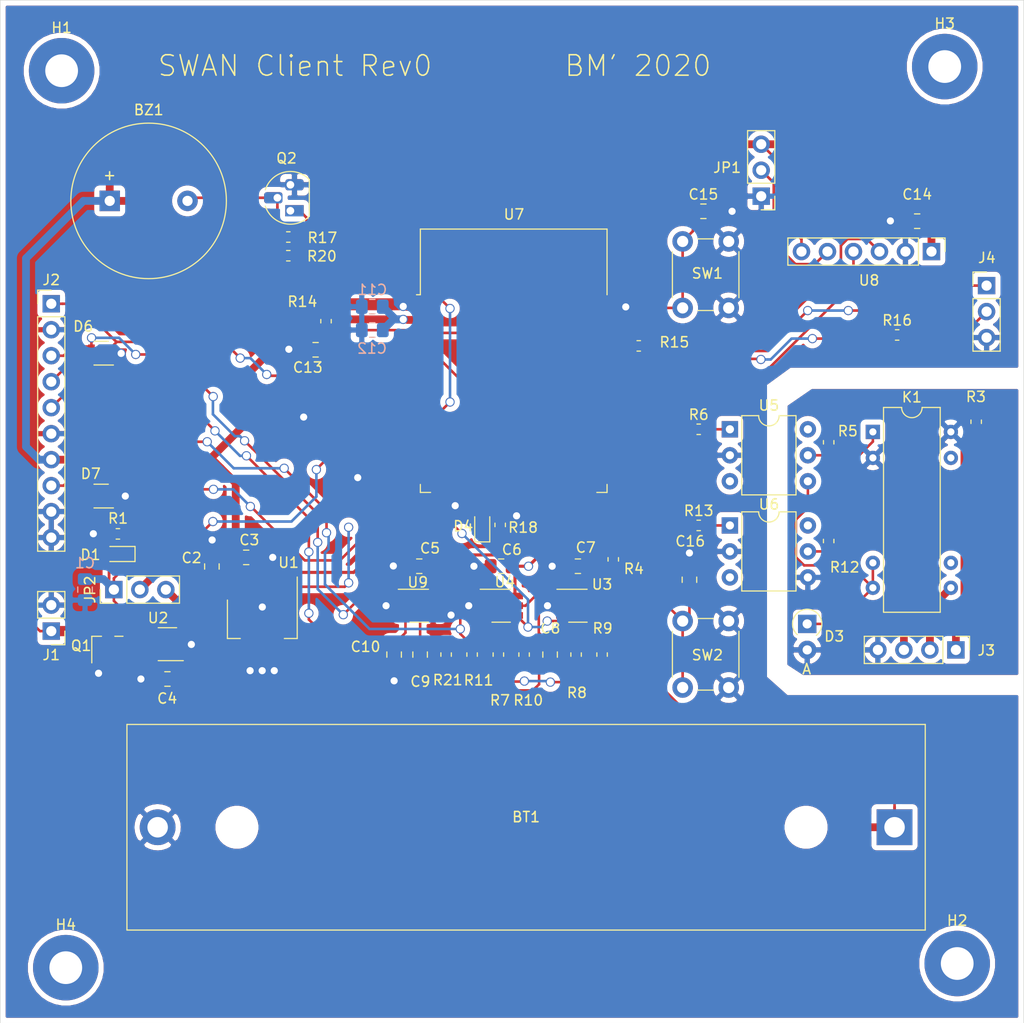
<source format=kicad_pcb>
(kicad_pcb (version 20171130) (host pcbnew "(5.1.2)-1")
  (layers (0 F.Cu signal) (31 B.Cu signal) (34 B.Paste user hide) (35 F.Paste user hide) (36 B.SilkS user) (37 F.SilkS user) (38 B.Mask user) (39 F.Mask user) (44 Edge.Cuts user))
  (net 0 "")
  (net 1 GND)
  (net 2 /Ubat)
  (net 3 +3V3)
  (net 4 "Net-(BZ1-Pad2)")
  (net 5 /Vin)
  (net 6 "Net-(C8-Pad1)")
  (net 7 /Utriangle)
  (net 8 "Net-(C9-Pad1)")
  (net 9 /Usin)
  (net 10 /EN)
  (net 11 "Net-(D1-Pad1)")
  (net 12 "Net-(D3-Pad1)")
  (net 13 /BatteryIndicator)
  (net 14 "Net-(D4-Pad1)")
  (net 15 /U_moisture)
  (net 16 /Usquare)
  (net 17 /DAC1)
  (net 18 /TX)
  (net 19 /Buzzer)
  (net 20 /RX)
  (net 21 "Net-(J3-Pad2)")
  (net 22 "Net-(K1-Pad1)")
  (net 23 "Net-(Q2-Pad1)")
  (net 24 "Net-(R5-Pad2)")
  (net 25 "Net-(R6-Pad2)")
  (net 26 /U_set)
  (net 27 /U_reset)
  (net 28 "Net-(R13-Pad2)")
  (net 29 "Net-(R15-Pad2)")
  (net 30 "Net-(R16-Pad1)")
  (net 31 /SDA)
  (net 32 /SCL)
  (net 33 "Net-(C2-Pad1)")
  (net 34 "Net-(JP1-Pad2)")
  (net 35 "Net-(C10-Pad2)")
  (net 36 +12V)
  (net 37 /#CS)
  (net 38 "Net-(R10-Pad2)")
  (net 39 "Net-(R8-Pad2)")
  (net 40 /Barrel+)
  (net 41 GNDPWR)
  (net 42 "Net-(J3-Pad3)")
  (net 43 /IO0)
  (net 44 /1V65_REF)
  (module Package_TO_SOT_SMD:SOT-23-6_Handsoldering (layer F.Cu) (at 182.5244 85.344)
    (fp_text reference U3 (at 2.3622 -2.0828) (layer F.SilkS))
    (fp_text value MCP6273-E_CH)
    (pad 5 smd rect (at 1.35 0) (size 1.56 0.65) (layers F.Cu F.Paste F.Mask) (net 37 /#CS))
    (pad 6 smd rect (at 1.35 -0.95) (size 1.56 0.65) (layers F.Cu F.Paste F.Mask) (net 3 +3V3))
    (pad 4 smd rect (at 1.35 0.95) (size 1.56 0.65) (layers F.Cu F.Paste F.Mask) (net 6 "Net-(C8-Pad1)"))
    (pad 3 smd rect (at -1.35 0.95) (size 1.56 0.65) (layers F.Cu F.Paste F.Mask) (net 44 /1V65_REF))
    (pad 2 smd rect (at -1.35 0) (size 1.56 0.65) (layers F.Cu F.Paste F.Mask) (net 1 GND))
    (pad 1 smd rect (at -1.35 -0.95) (size 1.56 0.65) (layers F.Cu F.Paste F.Mask) (net 7 /Utriangle))
  )
  (module Capacitor_SMD:C_0805_2012Metric_Pad1.15x1.40mm_HandSolder (layer F.Cu) (at 167.1066 90.1192 90)
    (fp_text reference C9 (at -2.6416 0.0254 180) (layer F.SilkS))
    (fp_text value 10p)
    (pad 1 smd roundrect (at -1.025 0 90) (size 1.15 1.4) (layers F.Cu F.Paste F.Mask) (roundrect_rratio 0.217391) (net 8 "Net-(C9-Pad1)"))
    (pad 2 smd roundrect (at 1.025 0 90) (size 1.15 1.4) (layers F.Cu F.Paste F.Mask) (roundrect_rratio 0.217391) (net 9 /Usin))
  )
  (module RF_Module:ESP32-WROOM-32 (layer F.Cu) (at 176.2506 64.389)
    (fp_text reference U7 (at 0.0254 -17.2974 180) (layer F.SilkS))
    (fp_text value ESP32-WROOM-32)
    (pad 39 smd rect (at -1 -0.755) (size 5 5) (layers F.Cu F.Paste F.Mask))
    (pad 1 smd rect (at -8.5 -8.255) (size 2 0.9) (layers F.Cu F.Paste F.Mask) (net 1 GND))
    (pad 2 smd rect (at -8.5 -6.985) (size 2 0.9) (layers F.Cu F.Paste F.Mask) (net 3 +3V3))
    (pad 3 smd rect (at -8.5 -5.715) (size 2 0.9) (layers F.Cu F.Paste F.Mask) (net 10 /EN))
    (pad 4 smd rect (at -8.5 -4.445) (size 2 0.9) (layers F.Cu F.Paste F.Mask) (net 15 /U_moisture))
    (pad 5 smd rect (at -8.5 -3.175) (size 2 0.9) (layers F.Cu F.Paste F.Mask) (net 2 /Ubat))
    (pad 6 smd rect (at -8.5 -1.905) (size 2 0.9) (layers F.Cu F.Paste F.Mask) (net 5 /Vin))
    (pad 7 smd rect (at -8.5 -0.635) (size 2 0.9) (layers F.Cu F.Paste F.Mask))
    (pad 8 smd rect (at -8.5 0.635) (size 2 0.9) (layers F.Cu F.Paste F.Mask))
    (pad 9 smd rect (at -8.5 1.905) (size 2 0.9) (layers F.Cu F.Paste F.Mask) (net 19 /Buzzer))
    (pad 10 smd rect (at -8.5 3.175) (size 2 0.9) (layers F.Cu F.Paste F.Mask) (net 17 /DAC1))
    (pad 11 smd rect (at -8.5 4.445) (size 2 0.9) (layers F.Cu F.Paste F.Mask) (net 44 /1V65_REF))
    (pad 12 smd rect (at -8.5 5.715) (size 2 0.9) (layers F.Cu F.Paste F.Mask))
    (pad 13 smd rect (at -8.5 6.985) (size 2 0.9) (layers F.Cu F.Paste F.Mask))
    (pad 14 smd rect (at -8.5 8.255) (size 2 0.9) (layers F.Cu F.Paste F.Mask))
    (pad 15 smd rect (at -5.715 9.255 90) (size 2 0.9) (layers F.Cu F.Paste F.Mask) (net 1 GND))
    (pad 16 smd rect (at -4.445 9.255 90) (size 2 0.9) (layers F.Cu F.Paste F.Mask) (net 13 /BatteryIndicator))
    (pad 17 smd rect (at -3.175 9.255 90) (size 2 0.9) (layers F.Cu F.Paste F.Mask))
    (pad 18 smd rect (at -1.905 9.255 90) (size 2 0.9) (layers F.Cu F.Paste F.Mask))
    (pad 19 smd rect (at -0.635 9.255 90) (size 2 0.9) (layers F.Cu F.Paste F.Mask))
    (pad 20 smd rect (at 0.635 9.255 90) (size 2 0.9) (layers F.Cu F.Paste F.Mask))
    (pad 21 smd rect (at 1.905 9.255 90) (size 2 0.9) (layers F.Cu F.Paste F.Mask))
    (pad 22 smd rect (at 3.175 9.255 90) (size 2 0.9) (layers F.Cu F.Paste F.Mask))
    (pad 23 smd rect (at 4.445 9.255 90) (size 2 0.9) (layers F.Cu F.Paste F.Mask))
    (pad 24 smd rect (at 5.715 9.255 90) (size 2 0.9) (layers F.Cu F.Paste F.Mask) (net 37 /#CS))
    (pad 25 smd rect (at 8.5 8.255) (size 2 0.9) (layers F.Cu F.Paste F.Mask) (net 43 /IO0))
    (pad 26 smd rect (at 8.5 6.985) (size 2 0.9) (layers F.Cu F.Paste F.Mask))
    (pad 27 smd rect (at 8.5 5.715) (size 2 0.9) (layers F.Cu F.Paste F.Mask))
    (pad 28 smd rect (at 8.5 4.445) (size 2 0.9) (layers F.Cu F.Paste F.Mask))
    (pad 29 smd rect (at 8.5 3.175) (size 2 0.9) (layers F.Cu F.Paste F.Mask))
    (pad 30 smd rect (at 8.5 1.905) (size 2 0.9) (layers F.Cu F.Paste F.Mask) (net 27 /U_reset))
    (pad 31 smd rect (at 8.5 0.635) (size 2 0.9) (layers F.Cu F.Paste F.Mask) (net 26 /U_set))
    (pad 32 smd rect (at 8.5 -0.635) (size 2 0.9) (layers F.Cu F.Paste F.Mask))
    (pad 33 smd rect (at 8.5 -1.905) (size 2 0.9) (layers F.Cu F.Paste F.Mask) (net 31 /SDA))
    (pad 34 smd rect (at 8.5 -3.175) (size 2 0.9) (layers F.Cu F.Paste F.Mask) (net 30 "Net-(R16-Pad1)"))
    (pad 35 smd rect (at 8.5 -4.445) (size 2 0.9) (layers F.Cu F.Paste F.Mask) (net 29 "Net-(R15-Pad2)"))
    (pad 36 smd rect (at 8.5 -5.715) (size 2 0.9) (layers F.Cu F.Paste F.Mask) (net 32 /SCL))
    (pad 37 smd rect (at 8.5 -6.985) (size 2 0.9) (layers F.Cu F.Paste F.Mask))
    (pad 38 smd rect (at 8.5 -8.255) (size 2 0.9) (layers F.Cu F.Paste F.Mask) (net 1 GND))
  )
  (module Connector_PinHeader_2.54mm:PinHeader_1x03_P2.54mm_Vertical (layer F.Cu) (at 200.4314 45.3136 180)
    (fp_text reference JP1 (at 3.3274 2.794 180) (layer F.SilkS))
    (fp_text value Jumper_NC_Dual)
    (pad 3 thru_hole oval (at 0 5.08 180) (size 1.7 1.7) (drill 1) (layers *.Cu *.Mask) (net 3 +3V3))
    (pad 2 thru_hole oval (at 0 2.54 180) (size 1.7 1.7) (drill 1) (layers *.Cu *.Mask) (net 34 "Net-(JP1-Pad2)"))
    (pad 1 thru_hole rect (at 0 0 180) (size 1.7 1.7) (drill 1) (layers *.Cu *.Mask) (net 1 GND))
  )
  (module Capacitor_SMD:C_0805_2012Metric_Pad1.15x1.40mm_HandSolder (layer B.Cu) (at 134.366 83.7692 90)
    (fp_text reference C1 (at 2.5908 0 180) (layer B.SilkS) (effects (justify mirror)))
    (fp_text value 1u)
    (pad 2 smd roundrect (at 1.025 0 90) (size 1.15 1.4) (layers B.Cu B.Paste B.Mask) (roundrect_rratio 0.217391) (net 5 /Vin))
    (pad 1 smd roundrect (at -1.025 0 90) (size 1.15 1.4) (layers B.Cu B.Paste B.Mask) (roundrect_rratio 0.217391) (net 1 GND))
  )
  (module Capacitor_SMD:C_0805_2012Metric_Pad1.15x1.40mm_HandSolder (layer F.Cu) (at 146.7612 81.5086 90)
    (fp_text reference C2 (at 0.8382 -1.9812 180) (layer F.SilkS))
    (fp_text value 1u)
    (pad 2 smd roundrect (at 1.025 0 90) (size 1.15 1.4) (layers F.Cu F.Paste F.Mask) (roundrect_rratio 0.217391) (net 1 GND))
    (pad 1 smd roundrect (at -1.025 0 90) (size 1.15 1.4) (layers F.Cu F.Paste F.Mask) (roundrect_rratio 0.217391) (net 33 "Net-(C2-Pad1)"))
  )
  (module Capacitor_SMD:C_0805_2012Metric_Pad1.15x1.40mm_HandSolder (layer F.Cu) (at 150.114 80.6196)
    (fp_text reference C3 (at 0.3048 -1.7018) (layer F.SilkS))
    (fp_text value 1u)
    (pad 1 smd roundrect (at -1.025 0) (size 1.15 1.4) (layers F.Cu F.Paste F.Mask) (roundrect_rratio 0.217391) (net 3 +3V3))
    (pad 2 smd roundrect (at 1.025 0) (size 1.15 1.4) (layers F.Cu F.Paste F.Mask) (roundrect_rratio 0.217391) (net 1 GND))
  )
  (module Capacitor_SMD:C_0805_2012Metric_Pad1.15x1.40mm_HandSolder (layer F.Cu) (at 142.4178 92.5068)
    (fp_text reference C4 (at -0.0254 1.905) (layer F.SilkS))
    (fp_text value 1u)
    (pad 1 smd roundrect (at -1.025 0) (size 1.15 1.4) (layers F.Cu F.Paste F.Mask) (roundrect_rratio 0.217391) (net 1 GND))
    (pad 2 smd roundrect (at 1.025 0) (size 1.15 1.4) (layers F.Cu F.Paste F.Mask) (roundrect_rratio 0.217391) (net 2 /Ubat))
  )
  (module Capacitor_SMD:C_0805_2012Metric_Pad1.15x1.40mm_HandSolder (layer F.Cu) (at 175.0244 81.4832 180)
    (fp_text reference C6 (at -1.0484 1.6256) (layer F.SilkS))
    (fp_text value 100n)
    (pad 2 smd roundrect (at 1.025 0 180) (size 1.15 1.4) (layers F.Cu F.Paste F.Mask) (roundrect_rratio 0.217391) (net 1 GND))
    (pad 1 smd roundrect (at -1.025 0 180) (size 1.15 1.4) (layers F.Cu F.Paste F.Mask) (roundrect_rratio 0.217391) (net 3 +3V3))
  )
  (module Capacitor_SMD:C_0805_2012Metric_Pad1.15x1.40mm_HandSolder (layer F.Cu) (at 182.5244 81.4832 180)
    (fp_text reference C7 (at -0.762 1.8288 180) (layer F.SilkS))
    (fp_text value 100n)
    (pad 1 smd roundrect (at -1.025 0 180) (size 1.15 1.4) (layers F.Cu F.Paste F.Mask) (roundrect_rratio 0.217391) (net 3 +3V3))
    (pad 2 smd roundrect (at 1.025 0 180) (size 1.15 1.4) (layers F.Cu F.Paste F.Mask) (roundrect_rratio 0.217391) (net 1 GND))
  )
  (module Capacitor_SMD:C_0805_2012Metric_Pad1.15x1.40mm_HandSolder (layer B.Cu) (at 162.433 56.1086 180)
    (fp_text reference C11 (at 0 1.65) (layer B.SilkS) (effects (justify mirror)))
    (fp_text value 0.1u)
    (pad 2 smd roundrect (at 1.025 0 180) (size 1.15 1.4) (layers B.Cu B.Paste B.Mask) (roundrect_rratio 0.217391) (net 1 GND))
    (pad 1 smd roundrect (at -1.025 0 180) (size 1.15 1.4) (layers B.Cu B.Paste B.Mask) (roundrect_rratio 0.217391) (net 3 +3V3))
  )
  (module Capacitor_SMD:C_0805_2012Metric_Pad1.15x1.40mm_HandSolder (layer B.Cu) (at 162.433 58.3946 180)
    (fp_text reference C12 (at 0.0254 -1.8034) (layer B.SilkS) (effects (justify mirror)))
    (fp_text value 22u)
    (pad 1 smd roundrect (at -1.025 0 180) (size 1.15 1.4) (layers B.Cu B.Paste B.Mask) (roundrect_rratio 0.217391) (net 3 +3V3))
    (pad 2 smd roundrect (at 1.025 0 180) (size 1.15 1.4) (layers B.Cu B.Paste B.Mask) (roundrect_rratio 0.217391) (net 1 GND))
  )
  (module Capacitor_SMD:C_0805_2012Metric_Pad1.15x1.40mm_HandSolder (layer F.Cu) (at 156.8958 60.325 180)
    (fp_text reference C13 (at 0.762 -1.7272) (layer F.SilkS))
    (fp_text value 0.1u)
    (pad 2 smd roundrect (at 1.025 0 180) (size 1.15 1.4) (layers F.Cu F.Paste F.Mask) (roundrect_rratio 0.217391) (net 1 GND))
    (pad 1 smd roundrect (at -1.025 0 180) (size 1.15 1.4) (layers F.Cu F.Paste F.Mask) (roundrect_rratio 0.217391) (net 10 /EN))
  )
  (module Capacitor_SMD:C_0805_2012Metric_Pad1.15x1.40mm_HandSolder (layer F.Cu) (at 215.6714 47.752 180)
    (fp_text reference C14 (at 0 2.6162 180) (layer F.SilkS))
    (fp_text value 100n)
    (pad 2 smd roundrect (at 1.025 0 180) (size 1.15 1.4) (layers F.Cu F.Paste F.Mask) (roundrect_rratio 0.217391) (net 1 GND))
    (pad 1 smd roundrect (at -1.025 0 180) (size 1.15 1.4) (layers F.Cu F.Paste F.Mask) (roundrect_rratio 0.217391) (net 3 +3V3))
  )
  (module LED_SMD:LED_0603_1608Metric_Pad1.05x0.95mm_HandSolder (layer F.Cu) (at 137.5918 80.2894 180)
    (fp_text reference D1 (at 2.6924 -0.0762) (layer F.SilkS))
    (fp_text value LED)
    (pad 1 smd roundrect (at -0.875 0 180) (size 1.05 0.95) (layers F.Cu F.Paste F.Mask) (net 11 "Net-(D1-Pad1)"))
    (pad 2 smd roundrect (at 0.875 0 180) (size 1.05 0.95) (layers F.Cu F.Paste F.Mask) (net 5 /Vin))
  )
  (module LED_SMD:LED_0603_1608Metric_Pad1.05x0.95mm_HandSolder (layer F.Cu) (at 173.1772 77.4446 90)
    (fp_text reference D4 (at -0.127 -1.8542 180) (layer F.SilkS))
    (fp_text value LED)
    (pad 2 smd roundrect (at 0.875 0 90) (size 1.05 0.95) (layers F.Cu F.Paste F.Mask) (net 13 /BatteryIndicator))
    (pad 1 smd roundrect (at -0.875 0 90) (size 1.05 0.95) (layers F.Cu F.Paste F.Mask) (net 14 "Net-(D4-Pad1)"))
  )
  (module Relay_THT:Relay_StandexMeder_DIP_LowProfile (layer F.Cu) (at 211.3434 68.3514)
    (fp_text reference K1 (at 3.81 -3.39) (layer F.SilkS))
    (fp_text value DIPxx-2Axx-21x)
    (pad 13 thru_hole circle (at 7.62 2.54) (size 1.4 1.4) (drill 0.7) (layers *.Cu *.Mask))
    (pad 9 thru_hole circle (at 7.62 12.8) (size 1.4 1.4) (drill 0.7) (layers *.Cu *.Mask))
    (pad 6 thru_hole circle (at 0 12.8) (size 1.4 1.4) (drill 0.7) (layers *.Cu *.Mask) (net 12 "Net-(D3-Pad1)"))
    (pad 2 thru_hole circle (at 0 2.54) (size 1.4 1.4) (drill 0.7) (layers *.Cu *.Mask) (net 41 GNDPWR))
    (pad 1 thru_hole rect (at 0 0) (size 1.4 1.4) (drill 0.7) (layers *.Cu *.Mask) (net 22 "Net-(K1-Pad1)"))
    (pad 8 thru_hole circle (at 7.62 15.24) (size 1.4 1.4) (drill 0.7) (layers *.Cu *.Mask) (net 42 "Net-(J3-Pad3)"))
    (pad 7 thru_hole circle (at 0 15.24) (size 1.4 1.4) (drill 0.7) (layers *.Cu *.Mask) (net 12 "Net-(D3-Pad1)"))
    (pad 14 thru_hole circle (at 7.62 0) (size 1.4 1.4) (drill 0.7) (layers *.Cu *.Mask) (net 41 GNDPWR))
  )
  (module Resistor_SMD:R_0603_1608Metric_Pad1.05x0.95mm_HandSolder (layer F.Cu) (at 137.578599 78.321799 180)
    (fp_text reference R1 (at -0.013201 1.512199) (layer F.SilkS))
    (fp_text value R)
    (pad 1 smd roundrect (at -0.875 0 180) (size 1.05 0.95) (layers F.Cu F.Paste F.Mask) (net 11 "Net-(D1-Pad1)"))
    (pad 2 smd roundrect (at 0.875 0 180) (size 1.05 0.95) (layers F.Cu F.Paste F.Mask) (net 1 GND))
  )
  (module Resistor_SMD:R_0603_1608Metric_Pad1.05x0.95mm_HandSolder (layer F.Cu) (at 221.4372 67.3608 270)
    (fp_text reference R3 (at -2.4384 0.0254 180) (layer F.SilkS))
    (fp_text value 24R)
    (pad 2 smd roundrect (at 0.875 0 270) (size 1.05 0.95) (layers F.Cu F.Paste F.Mask) (net 21 "Net-(J3-Pad2)"))
    (pad 1 smd roundrect (at -0.875 0 270) (size 1.05 0.95) (layers F.Cu F.Paste F.Mask) (net 36 +12V))
  )
  (module Resistor_SMD:R_0603_1608Metric_Pad1.05x0.95mm_HandSolder (layer F.Cu) (at 207.0254 69.3674 270)
    (fp_text reference R5 (at -1.0922 -1.8642 180) (layer F.SilkS))
    (fp_text value 12k)
    (pad 1 smd roundrect (at -0.875 0 270) (size 1.05 0.95) (layers F.Cu F.Paste F.Mask) (net 36 +12V))
    (pad 2 smd roundrect (at 0.875 0 270) (size 1.05 0.95) (layers F.Cu F.Paste F.Mask) (net 24 "Net-(R5-Pad2)"))
  )
  (module Resistor_SMD:R_0603_1608Metric_Pad1.05x0.95mm_HandSolder (layer F.Cu) (at 194.3254 68.0974)
    (fp_text reference R6 (at 0 -1.43) (layer F.SilkS))
    (fp_text value 160R)
    (pad 2 smd roundrect (at 0.875 0) (size 1.05 0.95) (layers F.Cu F.Paste F.Mask) (net 25 "Net-(R6-Pad2)"))
    (pad 1 smd roundrect (at -0.875 0) (size 1.05 0.95) (layers F.Cu F.Paste F.Mask) (net 26 /U_set))
  )
  (module Resistor_SMD:R_0603_1608Metric_Pad1.05x0.95mm_HandSolder (layer F.Cu) (at 207.0254 79.0194 270)
    (fp_text reference R12 (at 2.5654 -1.5594) (layer F.SilkS))
    (fp_text value 12k)
    (pad 1 smd roundrect (at -0.875 0 270) (size 1.05 0.95) (layers F.Cu F.Paste F.Mask) (net 36 +12V))
    (pad 2 smd roundrect (at 0.875 0 270) (size 1.05 0.95) (layers F.Cu F.Paste F.Mask) (net 22 "Net-(K1-Pad1)"))
  )
  (module Resistor_SMD:R_0603_1608Metric_Pad1.05x0.95mm_HandSolder (layer F.Cu) (at 194.3254 77.4954)
    (fp_text reference R13 (at 0 -1.43) (layer F.SilkS))
    (fp_text value 160R)
    (pad 1 smd roundrect (at -0.875 0) (size 1.05 0.95) (layers F.Cu F.Paste F.Mask) (net 27 /U_reset))
    (pad 2 smd roundrect (at 0.875 0) (size 1.05 0.95) (layers F.Cu F.Paste F.Mask) (net 28 "Net-(R13-Pad2)"))
  )
  (module Resistor_SMD:R_0603_1608Metric_Pad1.05x0.95mm_HandSolder (layer F.Cu) (at 157.9118 57.531 270)
    (fp_text reference R14 (at -1.905 2.3114 180) (layer F.SilkS))
    (fp_text value R)
    (pad 1 smd roundrect (at -0.875 0 270) (size 1.05 0.95) (layers F.Cu F.Paste F.Mask) (net 3 +3V3))
    (pad 2 smd roundrect (at 0.875 0 270) (size 1.05 0.95) (layers F.Cu F.Paste F.Mask) (net 10 /EN))
  )
  (module Resistor_SMD:R_0603_1608Metric_Pad1.05x0.95mm_HandSolder (layer F.Cu) (at 188.468 59.944 180)
    (fp_text reference R15 (at -3.4798 0.3556) (layer F.SilkS))
    (fp_text value 22R)
    (pad 1 smd roundrect (at -0.875 0 180) (size 1.05 0.95) (layers F.Cu F.Paste F.Mask) (net 18 /TX))
    (pad 2 smd roundrect (at 0.875 0 180) (size 1.05 0.95) (layers F.Cu F.Paste F.Mask) (net 29 "Net-(R15-Pad2)"))
  )
  (module Resistor_SMD:R_0603_1608Metric_Pad1.05x0.95mm_HandSolder (layer F.Cu) (at 213.7156 58.8772)
    (fp_text reference R16 (at 0 -1.43) (layer F.SilkS))
    (fp_text value 22R)
    (pad 2 smd roundrect (at 0.875 0) (size 1.05 0.95) (layers F.Cu F.Paste F.Mask) (net 20 /RX))
    (pad 1 smd roundrect (at -0.875 0) (size 1.05 0.95) (layers F.Cu F.Paste F.Mask) (net 30 "Net-(R16-Pad1)"))
  )
  (module Resistor_SMD:R_0603_1608Metric_Pad1.05x0.95mm_HandSolder (layer F.Cu) (at 154.2288 49.3014)
    (fp_text reference R17 (at 3.3274 0.0762) (layer F.SilkS))
    (fp_text value R)
    (pad 1 smd roundrect (at -0.875 0) (size 1.05 0.95) (layers F.Cu F.Paste F.Mask) (net 3 +3V3))
    (pad 2 smd roundrect (at 0.875 0) (size 1.05 0.95) (layers F.Cu F.Paste F.Mask) (net 4 "Net-(BZ1-Pad2)"))
  )
  (module Resistor_SMD:R_0603_1608Metric_Pad1.05x0.95mm_HandSolder (layer F.Cu) (at 174.9298 77.4446 90)
    (fp_text reference R18 (at -0.254 2.2352 180) (layer F.SilkS))
    (fp_text value R)
    (pad 2 smd roundrect (at 0.875 0 90) (size 1.05 0.95) (layers F.Cu F.Paste F.Mask) (net 1 GND))
    (pad 1 smd roundrect (at -0.875 0 90) (size 1.05 0.95) (layers F.Cu F.Paste F.Mask) (net 14 "Net-(D4-Pad1)"))
  )
  (module Resistor_SMD:R_0603_1608Metric_Pad1.05x0.95mm_HandSolder (layer F.Cu) (at 154.2288 51.1302 180)
    (fp_text reference R20 (at -3.2766 -0.0508) (layer F.SilkS))
    (fp_text value R)
    (pad 2 smd roundrect (at 0.875 0 180) (size 1.05 0.95) (layers F.Cu F.Paste F.Mask) (net 19 /Buzzer))
    (pad 1 smd roundrect (at -0.875 0 180) (size 1.05 0.95) (layers F.Cu F.Paste F.Mask) (net 23 "Net-(Q2-Pad1)"))
  )
  (module Package_TO_SOT_SMD:SOT-23-5 (layer F.Cu) (at 142.4178 89.1032 180)
    (fp_text reference U2 (at 0.9144 2.5654) (layer F.SilkS))
    (fp_text value MCP73811T-420I-OT)
    (pad 1 smd rect (at -1.1 -0.95 180) (size 1.06 0.65) (layers F.Cu F.Paste F.Mask) (net 5 /Vin))
    (pad 2 smd rect (at -1.1 0 180) (size 1.06 0.65) (layers F.Cu F.Paste F.Mask) (net 1 GND))
    (pad 3 smd rect (at -1.1 0.95 180) (size 1.06 0.65) (layers F.Cu F.Paste F.Mask) (net 2 /Ubat))
    (pad 4 smd rect (at 1.1 0.95 180) (size 1.06 0.65) (layers F.Cu F.Paste F.Mask) (net 5 /Vin))
    (pad 5 smd rect (at 1.1 -0.95 180) (size 1.06 0.65) (layers F.Cu F.Paste F.Mask) (net 5 /Vin))
  )
  (module Package_DIP:DIP-6_W7.62mm (layer F.Cu) (at 197.3734 68.0974)
    (fp_text reference U5 (at 3.81 -2.33) (layer F.SilkS))
    (fp_text value CNY17-1)
    (pad 6 thru_hole oval (at 7.62 0) (size 1.6 1.6) (drill 0.8) (layers *.Cu *.Mask))
    (pad 3 thru_hole oval (at 0 5.08) (size 1.6 1.6) (drill 0.8) (layers *.Cu *.Mask))
    (pad 5 thru_hole oval (at 7.62 2.54) (size 1.6 1.6) (drill 0.8) (layers *.Cu *.Mask) (net 24 "Net-(R5-Pad2)"))
    (pad 2 thru_hole oval (at 0 2.54) (size 1.6 1.6) (drill 0.8) (layers *.Cu *.Mask) (net 1 GND))
    (pad 4 thru_hole oval (at 7.62 5.08) (size 1.6 1.6) (drill 0.8) (layers *.Cu *.Mask) (net 12 "Net-(D3-Pad1)"))
    (pad 1 thru_hole rect (at 0 0) (size 1.6 1.6) (drill 0.8) (layers *.Cu *.Mask) (net 25 "Net-(R6-Pad2)"))
  )
  (module Package_DIP:DIP-6_W7.62mm (layer F.Cu) (at 197.3734 77.4954)
    (fp_text reference U6 (at 3.82 -2.0574) (layer F.SilkS))
    (fp_text value CNY17-1)
    (pad 1 thru_hole rect (at 0 0) (size 1.6 1.6) (drill 0.8) (layers *.Cu *.Mask) (net 28 "Net-(R13-Pad2)"))
    (pad 4 thru_hole oval (at 7.62 5.08) (size 1.6 1.6) (drill 0.8) (layers *.Cu *.Mask) (net 41 GNDPWR))
    (pad 2 thru_hole oval (at 0 2.54) (size 1.6 1.6) (drill 0.8) (layers *.Cu *.Mask) (net 1 GND))
    (pad 5 thru_hole oval (at 7.62 2.54) (size 1.6 1.6) (drill 0.8) (layers *.Cu *.Mask) (net 22 "Net-(K1-Pad1)"))
    (pad 3 thru_hole oval (at 0 5.08) (size 1.6 1.6) (drill 0.8) (layers *.Cu *.Mask))
    (pad 6 thru_hole oval (at 7.62 0) (size 1.6 1.6) (drill 0.8) (layers *.Cu *.Mask))
  )
  (module Connector_PinHeader_2.54mm:PinHeader_1x10_P2.54mm_Vertical (layer F.Cu) (at 131.0676 55.8264)
    (fp_text reference J2 (at 0 -2.33) (layer F.SilkS))
    (fp_text value Conn_01x10_Female)
    (pad 1 thru_hole rect (at 0 0) (size 1.7 1.7) (drill 1) (layers *.Cu *.Mask) (net 15 /U_moisture))
    (pad 2 thru_hole oval (at 0 2.54) (size 1.7 1.7) (drill 1) (layers *.Cu *.Mask) (net 1 GND))
    (pad 3 thru_hole oval (at 0 5.08) (size 1.7 1.7) (drill 1) (layers *.Cu *.Mask) (net 9 /Usin))
    (pad 4 thru_hole oval (at 0 7.62) (size 1.7 1.7) (drill 1) (layers *.Cu *.Mask) (net 7 /Utriangle))
    (pad 5 thru_hole oval (at 0 10.16) (size 1.7 1.7) (drill 1) (layers *.Cu *.Mask) (net 16 /Usquare))
    (pad 6 thru_hole oval (at 0 12.7) (size 1.7 1.7) (drill 1) (layers *.Cu *.Mask) (net 1 GND))
    (pad 7 thru_hole oval (at 0 15.24) (size 1.7 1.7) (drill 1) (layers *.Cu *.Mask) (net 3 +3V3))
    (pad 8 thru_hole oval (at 0 17.78) (size 1.7 1.7) (drill 1) (layers *.Cu *.Mask) (net 17 /DAC1))
    (pad 9 thru_hole oval (at 0 20.32) (size 1.7 1.7) (drill 1) (layers *.Cu *.Mask) (net 1 GND))
    (pad 10 thru_hole oval (at 0 22.86) (size 1.7 1.7) (drill 1) (layers *.Cu *.Mask) (net 1 GND))
  )
  (module Connector_PinHeader_2.54mm:PinHeader_1x03_P2.54mm_Vertical (layer F.Cu) (at 137.1854 83.7692 90)
    (fp_text reference JP2 (at 0 -2.33 90) (layer F.SilkS))
    (fp_text value Jumper_NC_Dual)
    (pad 1 thru_hole rect (at 0 0 90) (size 1.7 1.7) (drill 1) (layers *.Cu *.Mask) (net 5 /Vin))
    (pad 2 thru_hole oval (at 0 2.54 90) (size 1.7 1.7) (drill 1) (layers *.Cu *.Mask) (net 33 "Net-(C2-Pad1)"))
    (pad 3 thru_hole oval (at 0 5.08 90) (size 1.7 1.7) (drill 1) (layers *.Cu *.Mask) (net 2 /Ubat))
  )
  (module Diode_THT:D_A-405_P2.54mm_Vertical_AnodeUp (layer F.Cu) (at 204.9272 87.122 270)
    (fp_text reference D3 (at 1.2192 -2.6416 180) (layer F.SilkS))
    (fp_text value D)
    (fp_text user A (at 4.4196 0.0508 180) (layer F.SilkS))
    (pad 1 thru_hole rect (at 0 0 270) (size 1.8 1.8) (drill 0.9) (layers *.Cu *.Mask) (net 12 "Net-(D3-Pad1)"))
    (pad 2 thru_hole oval (at 2.54 0 270) (size 1.8 1.8) (drill 0.9) (layers *.Cu *.Mask) (net 41 GNDPWR))
  )
  (module Buzzer_Beeper:Buzzer_15x7.5RM7.6 (layer F.Cu) (at 136.779 45.7708)
    (fp_text reference BZ1 (at 3.81 -8.89) (layer F.SilkS))
    (fp_text value Buzzer)
    (fp_text user + (at -0.01 -2.54) (layer F.SilkS))
    (pad 1 thru_hole rect (at 0 0) (size 2 2) (drill 1) (layers *.Cu *.Mask) (net 3 +3V3))
    (pad 2 thru_hole circle (at 7.6 0) (size 2 2) (drill 1) (layers *.Cu *.Mask) (net 4 "Net-(BZ1-Pad2)"))
  )
  (module Capacitor_SMD:C_0805_2012Metric_Pad1.15x1.40mm_HandSolder (layer F.Cu) (at 167.0244 81.4832 180)
    (fp_text reference C5 (at -1.0474 1.7526) (layer F.SilkS))
    (fp_text value 100n)
    (pad 1 smd roundrect (at -1.025 0 180) (size 1.15 1.4) (layers F.Cu F.Paste F.Mask) (roundrect_rratio 0.217391) (net 3 +3V3))
    (pad 2 smd roundrect (at 1.025 0 180) (size 1.15 1.4) (layers F.Cu F.Paste F.Mask) (roundrect_rratio 0.217391) (net 1 GND))
  )
  (module Capacitor_SMD:C_0805_2012Metric_Pad1.15x1.40mm_HandSolder (layer F.Cu) (at 179.8066 90.1192 90)
    (fp_text reference C8 (at 2.5654 0.0254 180) (layer F.SilkS))
    (fp_text value 100p)
    (pad 2 smd roundrect (at 1.025 0 90) (size 1.15 1.4) (layers F.Cu F.Paste F.Mask) (roundrect_rratio 0.217391) (net 7 /Utriangle))
    (pad 1 smd roundrect (at -1.025 0 90) (size 1.15 1.4) (layers F.Cu F.Paste F.Mask) (roundrect_rratio 0.217391) (net 6 "Net-(C8-Pad1)"))
  )
  (module Capacitor_SMD:C_0805_2012Metric_Pad1.15x1.40mm_HandSolder (layer F.Cu) (at 164.5666 90.1192 90)
    (fp_text reference C10 (at 0.762 -2.794) (layer F.SilkS))
    (fp_text value 10p)
    (pad 2 smd roundrect (at 1.025 0 90) (size 1.15 1.4) (layers F.Cu F.Paste F.Mask) (roundrect_rratio 0.217391) (net 35 "Net-(C10-Pad2)"))
    (pad 1 smd roundrect (at -1.025 0 90) (size 1.15 1.4) (layers F.Cu F.Paste F.Mask) (roundrect_rratio 0.217391) (net 1 GND))
  )
  (module Package_TO_SOT_SMD:SOT-363_SC-70-6 (layer F.Cu) (at 135.9408 60.6552 180)
    (fp_text reference D6 (at 1.7526 2.6162) (layer F.SilkS))
    (fp_text value SP0505BAJT)
    (pad 6 smd rect (at 0.95 -0.65 180) (size 0.65 0.4) (layers F.Cu F.Paste F.Mask) (net 16 /Usquare))
    (pad 4 smd rect (at 0.95 0.65 180) (size 0.65 0.4) (layers F.Cu F.Paste F.Mask) (net 9 /Usin))
    (pad 2 smd rect (at -0.95 0 180) (size 0.65 0.4) (layers F.Cu F.Paste F.Mask) (net 1 GND))
    (pad 5 smd rect (at 0.95 0 180) (size 0.65 0.4) (layers F.Cu F.Paste F.Mask) (net 7 /Utriangle))
    (pad 3 smd rect (at -0.95 0.65 180) (size 0.65 0.4) (layers F.Cu F.Paste F.Mask) (net 15 /U_moisture))
    (pad 1 smd rect (at -0.95 -0.65 180) (size 0.65 0.4) (layers F.Cu F.Paste F.Mask))
  )
  (module Package_TO_SOT_SMD:SOT-363_SC-70-6 (layer F.Cu) (at 135.9408 74.6252 180)
    (fp_text reference D7 (at 1.016 2.1844) (layer F.SilkS))
    (fp_text value SP0505BAJT)
    (pad 1 smd rect (at -0.95 -0.65 180) (size 0.65 0.4) (layers F.Cu F.Paste F.Mask))
    (pad 3 smd rect (at -0.95 0.65 180) (size 0.65 0.4) (layers F.Cu F.Paste F.Mask) (net 17 /DAC1))
    (pad 5 smd rect (at 0.95 0 180) (size 0.65 0.4) (layers F.Cu F.Paste F.Mask))
    (pad 2 smd rect (at -0.95 0 180) (size 0.65 0.4) (layers F.Cu F.Paste F.Mask) (net 1 GND))
    (pad 4 smd rect (at 0.95 0.65 180) (size 0.65 0.4) (layers F.Cu F.Paste F.Mask))
    (pad 6 smd rect (at 0.95 -0.65 180) (size 0.65 0.4) (layers F.Cu F.Paste F.Mask) (net 40 /Barrel+))
  )
  (module Resistor_SMD:R_0603_1608Metric_Pad1.05x0.95mm_HandSolder (layer F.Cu) (at 185.9788 80.8114 90)
    (fp_text reference R4 (at -0.9258 2.0066 180) (layer F.SilkS))
    (fp_text value 100k)
    (pad 1 smd roundrect (at -0.875 0 90) (size 1.05 0.95) (layers F.Cu F.Paste F.Mask) (net 3 +3V3))
    (pad 2 smd roundrect (at 0.875 0 90) (size 1.05 0.95) (layers F.Cu F.Paste F.Mask) (net 37 /#CS))
  )
  (module Resistor_SMD:R_0603_1608Metric_Pad1.05x0.95mm_HandSolder (layer F.Cu) (at 174.752 90.1192 270)
    (fp_text reference R7 (at 4.4704 -0.1524 180) (layer F.SilkS))
    (fp_text value 68k)
    (pad 2 smd roundrect (at 0.875 0 270) (size 1.05 0.95) (layers F.Cu F.Paste F.Mask) (net 16 /Usquare))
    (pad 1 smd roundrect (at -0.875 0 270) (size 1.05 0.95) (layers F.Cu F.Paste F.Mask) (net 38 "Net-(R10-Pad2)"))
  )
  (module Resistor_SMD:R_0603_1608Metric_Pad1.05x0.95mm_HandSolder (layer F.Cu) (at 182.3466 90.1192 270)
    (fp_text reference R8 (at 3.7338 -0.0762 180) (layer F.SilkS))
    (fp_text value 1k)
    (pad 1 smd roundrect (at -0.875 0 270) (size 1.05 0.95) (layers F.Cu F.Paste F.Mask) (net 16 /Usquare))
    (pad 2 smd roundrect (at 0.875 0 270) (size 1.05 0.95) (layers F.Cu F.Paste F.Mask) (net 39 "Net-(R8-Pad2)"))
  )
  (module Resistor_SMD:R_0603_1608Metric_Pad1.05x0.95mm_HandSolder (layer F.Cu) (at 184.8866 90.1192 270)
    (fp_text reference R9 (at -2.5654 -0.0508 180) (layer F.SilkS))
    (fp_text value 47)
    (pad 2 smd roundrect (at 0.875 0 270) (size 1.05 0.95) (layers F.Cu F.Paste F.Mask) (net 6 "Net-(C8-Pad1)"))
    (pad 1 smd roundrect (at -0.875 0 270) (size 1.05 0.95) (layers F.Cu F.Paste F.Mask) (net 39 "Net-(R8-Pad2)"))
  )
  (module Resistor_SMD:R_0603_1608Metric_Pad1.05x0.95mm_HandSolder (layer F.Cu) (at 177.2666 90.1192 270)
    (fp_text reference R10 (at 4.4704 -0.4064) (layer F.SilkS))
    (fp_text value 10k)
    (pad 1 smd roundrect (at -0.875 0 270) (size 1.05 0.95) (layers F.Cu F.Paste F.Mask) (net 7 /Utriangle))
    (pad 2 smd roundrect (at 0.875 0 270) (size 1.05 0.95) (layers F.Cu F.Paste F.Mask) (net 38 "Net-(R10-Pad2)"))
  )
  (module Resistor_SMD:R_0603_1608Metric_Pad1.05x0.95mm_HandSolder (layer F.Cu) (at 172.1866 90.1192 270)
    (fp_text reference R11 (at 2.5146 -0.635 180) (layer F.SilkS))
    (fp_text value 10k)
    (pad 2 smd roundrect (at 0.875 0 270) (size 1.05 0.95) (layers F.Cu F.Paste F.Mask) (net 8 "Net-(C9-Pad1)"))
    (pad 1 smd roundrect (at -0.875 0 270) (size 1.05 0.95) (layers F.Cu F.Paste F.Mask) (net 16 /Usquare))
  )
  (module Resistor_SMD:R_0603_1608Metric_Pad1.05x0.95mm_HandSolder (layer F.Cu) (at 169.6466 90.1192 90)
    (fp_text reference R21 (at -2.4892 0.1524 180) (layer F.SilkS))
    (fp_text value 10k)
    (pad 1 smd roundrect (at -0.875 0 90) (size 1.05 0.95) (layers F.Cu F.Paste F.Mask) (net 8 "Net-(C9-Pad1)"))
    (pad 2 smd roundrect (at 0.875 0 90) (size 1.05 0.95) (layers F.Cu F.Paste F.Mask) (net 35 "Net-(C10-Pad2)"))
  )
  (module Package_TO_SOT_SMD:SOT-223-3_TabPin2 (layer F.Cu) (at 151.6888 86.6394 270)
    (fp_text reference U1 (at -5.5118 -2.5654 180) (layer F.SilkS))
    (fp_text value MCP1826S)
    (pad 2 smd rect (at 3.15 0 270) (size 2 3.8) (layers F.Cu F.Paste F.Mask) (net 1 GND))
    (pad 2 smd rect (at -3.15 0 270) (size 2 1.5) (layers F.Cu F.Paste F.Mask) (net 1 GND))
    (pad 3 smd rect (at -3.15 2.3 270) (size 2 1.5) (layers F.Cu F.Paste F.Mask) (net 3 +3V3))
    (pad 1 smd rect (at -3.15 -2.3 270) (size 2 1.5) (layers F.Cu F.Paste F.Mask) (net 33 "Net-(C2-Pad1)"))
  )
  (module Connector_PinHeader_2.54mm:PinHeader_1x06_P2.54mm_Vertical (layer F.Cu) (at 217.0684 50.7238 270)
    (fp_text reference U8 (at 2.8194 6.096 180) (layer F.SilkS))
    (fp_text value BMP280_PCB)
    (pad 1 thru_hole rect (at 0 0 270) (size 1.7 1.7) (drill 1) (layers *.Cu *.Mask) (net 3 +3V3))
    (pad 2 thru_hole oval (at 0 2.54 270) (size 1.7 1.7) (drill 1) (layers *.Cu *.Mask) (net 1 GND))
    (pad 3 thru_hole oval (at 0 5.08 270) (size 1.7 1.7) (drill 1) (layers *.Cu *.Mask) (net 32 /SCL))
    (pad 4 thru_hole oval (at 0 7.62 270) (size 1.7 1.7) (drill 1) (layers *.Cu *.Mask) (net 31 /SDA))
    (pad 5 thru_hole oval (at 0 10.16 270) (size 1.7 1.7) (drill 1) (layers *.Cu *.Mask) (net 34 "Net-(JP1-Pad2)"))
    (pad 6 thru_hole oval (at 0 12.7 270) (size 1.7 1.7) (drill 1) (layers *.Cu *.Mask) (net 3 +3V3))
  )
  (module Connector_PinHeader_2.54mm:PinHeader_1x02_P2.54mm_Vertical (layer F.Cu) (at 131.0676 87.8264 180)
    (fp_text reference J1 (at 0 -2.33) (layer F.SilkS))
    (fp_text value Barrel_Jack)
    (pad 1 thru_hole rect (at 0 0 180) (size 1.7 1.7) (drill 1) (layers *.Cu *.Mask) (net 40 /Barrel+))
    (pad 2 thru_hole oval (at 0 2.54 180) (size 1.7 1.7) (drill 1) (layers *.Cu *.Mask) (net 1 GND))
  )
  (module mylib:MySuperSOT-3 (layer F.Cu) (at 133.5024 89.2556 90)
    (fp_text reference Q1 (at 0 0.4826 180) (layer F.SilkS))
    (fp_text value Q_PMOS_DGS)
    (pad 3 smd rect (at -1.0238 4.0742 90) (size 1.4 1) (layers F.Cu F.Paste F.Mask) (net 5 /Vin))
    (pad 1 smd rect (at 1.1762 3.1242 90) (size 1.4 1) (layers F.Cu F.Paste F.Mask) (net 40 /Barrel+))
    (pad 2 smd rect (at -1.0238 2.1742 90) (size 1.4 1) (layers F.Cu F.Paste F.Mask) (net 1 GND))
  )
  (module Connector_PinHeader_2.54mm:PinHeader_1x04_P2.54mm_Vertical (layer F.Cu) (at 219.456 89.662 270)
    (fp_text reference J3 (at 0.0508 -2.9718 180) (layer F.SilkS))
    (fp_text value Conn_01x04_Female)
    (pad 1 thru_hole rect (at 0 0 270) (size 1.7 1.7) (drill 1) (layers *.Cu *.Mask) (net 36 +12V))
    (pad 2 thru_hole oval (at 0 2.54 270) (size 1.7 1.7) (drill 1) (layers *.Cu *.Mask) (net 21 "Net-(J3-Pad2)"))
    (pad 3 thru_hole oval (at 0 5.08 270) (size 1.7 1.7) (drill 1) (layers *.Cu *.Mask) (net 42 "Net-(J3-Pad3)"))
    (pad 4 thru_hole oval (at 0 7.62 270) (size 1.7 1.7) (drill 1) (layers *.Cu *.Mask) (net 41 GNDPWR))
  )
  (module MountingHole:MountingHole_3.2mm_M3_Pad (layer F.Cu) (at 132.08 33.0454)
    (fp_text reference H1 (at 0 -4.2) (layer F.SilkS))
    (fp_text value MountingHole)
    (pad 1 thru_hole circle (at 0 0) (size 6.4 6.4) (drill 3.2) (layers *.Cu *.Mask))
  )
  (module MountingHole:MountingHole_3.2mm_M3_Pad (layer F.Cu) (at 219.583 120.3198)
    (fp_text reference H2 (at 0 -4.2) (layer F.SilkS))
    (fp_text value MountingHole)
    (pad 1 thru_hole circle (at 0 0) (size 6.4 6.4) (drill 3.2) (layers *.Cu *.Mask))
  )
  (module MountingHole:MountingHole_3.2mm_M3_Pad (layer F.Cu) (at 218.3638 32.639)
    (fp_text reference H3 (at 0 -4.2) (layer F.SilkS))
    (fp_text value MountingHole)
    (pad 1 thru_hole circle (at 0 0) (size 6.4 6.4) (drill 3.2) (layers *.Cu *.Mask))
  )
  (module MountingHole:MountingHole_3.2mm_M3_Pad (layer F.Cu) (at 132.4864 120.7262)
    (fp_text reference H4 (at 0 -4.2) (layer F.SilkS))
    (fp_text value MountingHole)
    (pad 1 thru_hole circle (at 0 0) (size 6.4 6.4) (drill 3.2) (layers *.Cu *.Mask))
  )
  (module Connector_PinHeader_2.54mm:PinHeader_1x03_P2.54mm_Vertical (layer F.Cu) (at 222.4532 54.0512)
    (fp_text reference J4 (at 0.0254 -2.7178) (layer F.SilkS))
    (fp_text value Conn_01x03_Female)
    (pad 1 thru_hole rect (at 0 0) (size 1.7 1.7) (drill 1) (layers *.Cu *.Mask) (net 18 /TX))
    (pad 2 thru_hole oval (at 0 2.54) (size 1.7 1.7) (drill 1) (layers *.Cu *.Mask) (net 20 /RX))
    (pad 3 thru_hole oval (at 0 5.08) (size 1.7 1.7) (drill 1) (layers *.Cu *.Mask) (net 1 GND))
  )
  (module Package_TO_SOT_SMD:SOT-23-6_Handsoldering (layer F.Cu) (at 175.0244 85.344)
    (fp_text reference U4 (at 0.3626 -2.3114) (layer F.SilkS))
    (fp_text value MCP6273-E_CH)
    (pad 1 smd rect (at -1.35 -0.95) (size 1.56 0.65) (layers F.Cu F.Paste F.Mask) (net 16 /Usquare))
    (pad 2 smd rect (at -1.35 0) (size 1.56 0.65) (layers F.Cu F.Paste F.Mask) (net 1 GND))
    (pad 3 smd rect (at -1.35 0.95) (size 1.56 0.65) (layers F.Cu F.Paste F.Mask) (net 38 "Net-(R10-Pad2)"))
    (pad 4 smd rect (at 1.35 0.95) (size 1.56 0.65) (layers F.Cu F.Paste F.Mask) (net 44 /1V65_REF))
    (pad 6 smd rect (at 1.35 -0.95) (size 1.56 0.65) (layers F.Cu F.Paste F.Mask) (net 3 +3V3))
    (pad 5 smd rect (at 1.35 0) (size 1.56 0.65) (layers F.Cu F.Paste F.Mask) (net 37 /#CS))
  )
  (module Package_TO_SOT_SMD:SOT-23-6_Handsoldering (layer F.Cu) (at 167.0244 85.344)
    (fp_text reference U9 (at -0.1464 -2.286) (layer F.SilkS))
    (fp_text value MCP6273-E_CH)
    (pad 1 smd rect (at -1.35 -0.95) (size 1.56 0.65) (layers F.Cu F.Paste F.Mask) (net 9 /Usin))
    (pad 2 smd rect (at -1.35 0) (size 1.56 0.65) (layers F.Cu F.Paste F.Mask) (net 1 GND))
    (pad 3 smd rect (at -1.35 0.95) (size 1.56 0.65) (layers F.Cu F.Paste F.Mask) (net 35 "Net-(C10-Pad2)"))
    (pad 4 smd rect (at 1.35 0.95) (size 1.56 0.65) (layers F.Cu F.Paste F.Mask) (net 1 GND))
    (pad 6 smd rect (at 1.35 -0.95) (size 1.56 0.65) (layers F.Cu F.Paste F.Mask) (net 3 +3V3))
    (pad 5 smd rect (at 1.35 0) (size 1.56 0.65) (layers F.Cu F.Paste F.Mask) (net 37 /#CS))
  )
  (module Battery:BatteryHolder_MPD_BH-18650-PC2 (layer F.Cu) (at 213.4616 107 180)
    (fp_text reference BT1 (at 36 1) (layer F.SilkS))
    (fp_text value Battery_Cell)
    (pad 2 thru_hole circle (at 72 0 180) (size 3.5 3.5) (drill 2) (layers *.Cu *.Mask) (net 1 GND))
    (pad 1 thru_hole rect (at 0 0 180) (size 3.5 3.5) (drill 2) (layers *.Cu *.Mask) (net 2 /Ubat))
    (pad "" np_thru_hole circle (at 8.645 0 180) (size 3.2 3.2) (drill 3.2) (layers *.Cu *.Mask))
    (pad "" np_thru_hole circle (at 64.255 0 180) (size 3.2 3.2) (drill 3.2) (layers *.Cu *.Mask))
  )
  (module Package_TO_SOT_THT:TO-92_HandSolder (layer F.Cu) (at 154.432 46.736 90)
    (fp_text reference Q2 (at 5.1308 -0.381 180) (layer F.SilkS))
    (fp_text value Q_NPN_BCE)
    (pad 2 thru_hole roundrect (at 1.27 -1.27 90) (size 1.1 1.8) (drill 0.75 (offset 0 -0.4)) (layers *.Cu *.Mask) (net 4 "Net-(BZ1-Pad2)"))
    (pad 3 thru_hole roundrect (at 2.54 0 90) (size 1.1 1.8) (drill 0.75 (offset 0 0.4)) (layers *.Cu *.Mask) (net 1 GND))
    (pad 1 thru_hole rect (at 0 0 90) (size 1.1 1.8) (drill 0.75 (offset 0 0.4)) (layers *.Cu *.Mask) (net 23 "Net-(Q2-Pad1)"))
  )
  (module Capacitor_SMD:C_0805_2012Metric_Pad1.15x1.40mm_HandSolder (layer F.Cu) (at 194.7836 46.7868)
    (fp_text reference C15 (at 0 -1.65) (layer F.SilkS))
    (fp_text value 0.1u)
    (pad 2 smd roundrect (at 1.025 0) (size 1.15 1.4) (layers F.Cu F.Paste F.Mask) (roundrect_rratio 0.217391) (net 1 GND))
    (pad 1 smd roundrect (at -1.025 0) (size 1.15 1.4) (layers F.Cu F.Paste F.Mask) (roundrect_rratio 0.217391) (net 10 /EN))
  )
  (module Capacitor_SMD:C_0805_2012Metric_Pad1.15x1.40mm_HandSolder (layer F.Cu) (at 193.421 82.804 90)
    (fp_text reference C16 (at 3.7592 0.0762 180) (layer F.SilkS))
    (fp_text value 0.1u)
    (pad 1 smd roundrect (at -1.025 0 90) (size 1.15 1.4) (layers F.Cu F.Paste F.Mask) (roundrect_rratio 0.217391) (net 43 /IO0))
    (pad 2 smd roundrect (at 1.025 0 90) (size 1.15 1.4) (layers F.Cu F.Paste F.Mask) (roundrect_rratio 0.217391) (net 1 GND))
  )
  (module Button_Switch_THT:SW_PUSH_6mm (layer F.Cu) (at 197.2564 49.7332 270)
    (fp_text reference SW1 (at 3.1242 2.0828 180) (layer F.SilkS))
    (fp_text value SW_Push)
    (pad 2 thru_hole circle (at 0 4.5) (size 2 2) (drill 1.1) (layers *.Cu *.Mask) (net 10 /EN))
    (pad 1 thru_hole circle (at 0 0) (size 2 2) (drill 1.1) (layers *.Cu *.Mask) (net 1 GND))
    (pad 2 thru_hole circle (at 6.5 4.5) (size 2 2) (drill 1.1) (layers *.Cu *.Mask) (net 10 /EN))
    (pad 1 thru_hole circle (at 6.5 0) (size 2 2) (drill 1.1) (layers *.Cu *.Mask) (net 1 GND))
  )
  (module Button_Switch_THT:SW_PUSH_6mm (layer F.Cu) (at 197.2564 86.8426 270)
    (fp_text reference SW2 (at 3.3274 2.0828 180) (layer F.SilkS))
    (fp_text value SW_Push)
    (pad 1 thru_hole circle (at 6.5 0) (size 2 2) (drill 1.1) (layers *.Cu *.Mask) (net 1 GND))
    (pad 2 thru_hole circle (at 6.5 4.5) (size 2 2) (drill 1.1) (layers *.Cu *.Mask) (net 43 /IO0))
    (pad 1 thru_hole circle (at 0 0) (size 2 2) (drill 1.1) (layers *.Cu *.Mask) (net 1 GND))
    (pad 2 thru_hole circle (at 0 4.5) (size 2 2) (drill 1.1) (layers *.Cu *.Mask) (net 43 /IO0))
  )
  (gr_text "SWAN Client Rev0" (at 154.8892 32.5628) (layer F.SilkS) (effects (font (size 2 2))))
  (gr_text "BM' 2020" (at 188.3918 32.5628) (layer F.SilkS) (effects (font (size 2 2))))
  (gr_line (start 126.0836 126.1576) (end 126.0836 26.1576) (layer Edge.Cuts) (width 0.05))
  (gr_line (start 226.0836 26.1576) (end 226.0836 126.1576) (layer Edge.Cuts) (width 0.05))
  (gr_line (start 126.0836 126.1576) (end 226.0836 126.1576) (layer Edge.Cuts) (width 0.05))
  (gr_line (start 126.0836 26.1576) (end 226.0836 26.1576) (layer Edge.Cuts) (width 0.05))
  (via (at 179.5526 85.344) (size 0.9) (drill 0.7) (layers F.Cu B.Cu) (net 1))
  (via (at 155.7274 66.9036) (size 0.9) (drill 0.7) (layers F.Cu B.Cu) (net 1))
  (via (at 161.0106 72.8218) (size 0.9) (drill 0.7) (layers F.Cu B.Cu) (net 1))
  (via (at 150.495 91.694) (size 0.9) (drill 0.7) (layers F.Cu B.Cu) (net 1))
  (via (at 151.6761 91.694) (size 0.9) (drill 0.7) (layers F.Cu B.Cu) (net 1))
  (via (at 152.8572 91.694) (size 0.9) (drill 0.7) (layers F.Cu B.Cu) (net 1))
  (via (at 138.303 74.6252) (size 0.9) (drill 0.7) (layers F.Cu B.Cu) (net 1))
  (segment (start 136.8908 74.6252) (end 138.303 74.6252) (width 0.25) (layer F.Cu) (net 1))
  (via (at 137.8966 60.6806) (size 0.9) (drill 0.7) (layers F.Cu B.Cu) (net 1))
  (segment (start 136.8908 60.6552) (end 137.8712 60.6552) (width 0.25) (layer F.Cu) (net 1))
  (segment (start 137.8712 60.6552) (end 137.8966 60.6806) (width 0.25) (layer F.Cu) (net 1))
  (via (at 135.6868 91.948) (size 0.9) (drill 0.7) (layers F.Cu B.Cu) (net 1))
  (segment (start 135.6766 90.2794) (end 135.6766 91.9378) (width 0.25) (layer F.Cu) (net 1))
  (segment (start 135.6766 91.9378) (end 135.6868 91.948) (width 0.25) (layer F.Cu) (net 1))
  (via (at 144.7546 89.1286) (size 0.9) (drill 0.7) (layers F.Cu B.Cu) (net 1))
  (segment (start 143.5178 89.1032) (end 144.7292 89.1032) (width 0.25) (layer F.Cu) (net 1))
  (segment (start 144.7292 89.1032) (end 144.7546 89.1286) (width 0.25) (layer F.Cu) (net 1))
  (via (at 180.0098 81.4832) (size 0.9) (drill 0.7) (layers F.Cu B.Cu) (net 1))
  (via (at 172.3644 81.4832) (size 0.9) (drill 0.7) (layers F.Cu B.Cu) (net 1))
  (segment (start 173.9994 81.4832) (end 172.3644 81.4832) (width 0.25) (layer F.Cu) (net 1))
  (via (at 164.4904 81.4578) (size 0.9) (drill 0.7) (layers F.Cu B.Cu) (net 1))
  (segment (start 165.9994 81.4832) (end 164.5158 81.4832) (width 0.25) (layer F.Cu) (net 1))
  (segment (start 164.5158 81.4832) (end 164.4904 81.4578) (width 0.25) (layer F.Cu) (net 1))
  (via (at 170.5356 75.565) (size 0.9) (drill 0.7) (layers F.Cu B.Cu) (net 1))
  (segment (start 170.5356 73.644) (end 170.5356 75.565) (width 0.25) (layer F.Cu) (net 1))
  (via (at 154.2796 60.2742) (size 0.9) (drill 0.7) (layers F.Cu B.Cu) (net 1))
  (segment (start 155.8708 60.325) (end 154.3304 60.325) (width 0.25) (layer F.Cu) (net 1))
  (segment (start 154.3304 60.325) (end 154.2796 60.2742) (width 0.25) (layer F.Cu) (net 1))
  (via (at 164.5666 92.6846) (size 0.9) (drill 0.7) (layers F.Cu B.Cu) (net 1))
  (segment (start 164.5666 91.1442) (end 164.5666 92.6846) (width 0.3048) (layer F.Cu) (net 1))
  (via (at 151.6888 85.471) (size 0.9) (drill 0.7) (layers F.Cu B.Cu) (net 1))
  (segment (start 151.6888 83.4894) (end 151.6888 85.471) (width 0.3048) (layer F.Cu) (net 1))
  (via (at 139.827 92.5068) (size 0.9) (drill 0.7) (layers F.Cu B.Cu) (net 1))
  (segment (start 141.3928 92.5068) (end 139.827 92.5068) (width 0.25) (layer F.Cu) (net 1))
  (via (at 135.1788 78.3082) (size 0.9) (drill 0.7) (layers F.Cu B.Cu) (net 1))
  (segment (start 136.703599 78.321799) (end 135.192399 78.321799) (width 0.254) (layer F.Cu) (net 1))
  (segment (start 135.192399 78.321799) (end 135.1788 78.3082) (width 0.254) (layer F.Cu) (net 1))
  (via (at 152.7048 80.6196) (size 0.9) (drill 0.7) (layers F.Cu B.Cu) (net 1))
  (segment (start 151.139 80.6196) (end 152.7048 80.6196) (width 0.762) (layer F.Cu) (net 1))
  (via (at 146.7866 78.9178) (size 0.9) (drill 0.7) (layers F.Cu B.Cu) (net 1))
  (segment (start 146.7612 80.4836) (end 146.7612 78.9432) (width 0.762) (layer F.Cu) (net 1))
  (segment (start 146.7612 78.9432) (end 146.7866 78.9178) (width 0.762) (layer F.Cu) (net 1))
  (via (at 176.53 76.5556) (size 0.9) (drill 0.7) (layers F.Cu B.Cu) (net 1))
  (segment (start 174.9298 76.5696) (end 176.516 76.5696) (width 0.254) (layer F.Cu) (net 1))
  (segment (start 176.516 76.5696) (end 176.53 76.5556) (width 0.254) (layer F.Cu) (net 1))
  (via (at 187.198 56.134) (size 0.9) (drill 0.7) (layers F.Cu B.Cu) (net 1))
  (segment (start 184.7506 56.134) (end 187.198 56.134) (width 0.762) (layer F.Cu) (net 1))
  (via (at 165.4556 56.0832) (size 0.9) (drill 0.7) (layers F.Cu B.Cu) (net 1))
  (segment (start 167.7506 56.134) (end 165.8112 56.134) (width 0.762) (layer F.Cu) (net 1))
  (segment (start 181.4994 81.4832) (end 180.0098 81.4832) (width 0.25) (layer F.Cu) (net 1))
  (via (at 179.5272 86.8426) (size 0.9) (drill 0.7) (layers F.Cu B.Cu) (net 44))
  (via (at 171.8564 85.344) (size 0.9) (drill 0.7) (layers F.Cu B.Cu) (net 1))
  (segment (start 173.6744 85.344) (end 171.8564 85.344) (width 0.25) (layer F.Cu) (net 1))
  (via (at 170.1292 86.2584) (size 0.9) (drill 0.7) (layers F.Cu B.Cu) (net 1))
  (segment (start 168.3744 86.294) (end 170.0936 86.294) (width 0.25) (layer F.Cu) (net 1))
  (segment (start 170.0936 86.294) (end 170.1292 86.2584) (width 0.25) (layer F.Cu) (net 1))
  (via (at 163.7792 85.344) (size 0.9) (drill 0.7) (layers F.Cu B.Cu) (net 1))
  (segment (start 165.6744 85.344) (end 163.7792 85.344) (width 0.25) (layer F.Cu) (net 1))
  (via (at 177.6476 87.4268) (size 0.9) (drill 0.7) (layers F.Cu B.Cu) (net 44))
  (segment (start 176.3744 86.294) (end 176.5148 86.294) (width 0.25) (layer F.Cu) (net 44))
  (segment (start 176.5148 86.294) (end 177.6476 87.4268) (width 0.25) (layer F.Cu) (net 44))
  (via (at 213.0552 47.7266) (size 0.9) (drill 0.7) (layers F.Cu B.Cu) (net 1))
  (segment (start 214.6464 47.752) (end 213.0806 47.752) (width 0.254) (layer F.Cu) (net 1))
  (segment (start 213.0806 47.752) (end 213.0552 47.7266) (width 0.254) (layer F.Cu) (net 1))
  (via (at 193.421 80.1878) (size 0.9) (drill 0.7) (layers F.Cu B.Cu) (net 1))
  (segment (start 193.421 81.779) (end 193.421 80.1878) (width 0.254) (layer F.Cu) (net 1))
  (via (at 197.5866 46.7868) (size 0.9) (drill 0.7) (layers F.Cu B.Cu) (net 1))
  (segment (start 195.8086 46.7868) (end 197.5866 46.7868) (width 0.254) (layer F.Cu) (net 1))
  (segment (start 181.1744 85.344) (end 179.5526 85.344) (width 0.25) (layer F.Cu) (net 1))
  (segment (start 144.6276 92.5068) (end 143.4428 92.5068) (width 0.762) (layer F.Cu) (net 2))
  (segment (start 145.8976 91.2368) (end 144.6276 92.5068) (width 0.762) (layer F.Cu) (net 2))
  (segment (start 145.8976 91.2368) (end 145.8976 91.2622) (width 0.762) (layer F.Cu) (net 2))
  (segment (start 143.523801 88.147199) (end 143.5178 88.147199) (width 0.762) (layer F.Cu) (net 2))
  (segment (start 143.623401 88.047599) (end 143.523801 88.147199) (width 0.762) (layer F.Cu) (net 2))
  (segment (start 145.273481 88.047599) (end 143.623401 88.047599) (width 0.762) (layer F.Cu) (net 2))
  (segment (start 145.8976 88.671718) (end 145.273481 88.047599) (width 0.762) (layer F.Cu) (net 2))
  (segment (start 145.8976 91.2368) (end 145.8976 88.671718) (width 0.762) (layer F.Cu) (net 2))
  (segment (start 143.5178 85.0216) (end 143.5178 88.147199) (width 0.762) (layer F.Cu) (net 2))
  (segment (start 142.2654 83.7692) (end 143.5178 85.0216) (width 0.762) (layer F.Cu) (net 2))
  (segment (start 210.9496 107) (end 206.9496 103) (width 0.762) (layer F.Cu) (net 2))
  (segment (start 213.4616 107) (end 210.9496 107) (width 0.762) (layer F.Cu) (net 2))
  (segment (start 157.6354 103) (end 155.8177 101.1823) (width 0.762) (layer F.Cu) (net 2))
  (segment (start 206.9496 103) (end 157.6354 103) (width 0.762) (layer F.Cu) (net 2))
  (segment (start 145.8976 91.2622) (end 155.8177 101.1823) (width 0.762) (layer F.Cu) (net 2))
  (segment (start 213.4616 107) (end 213.4616 104.996) (width 0.254) (layer F.Cu) (net 2))
  (segment (start 213.4616 103.1748) (end 213.4616 107) (width 0.254) (layer F.Cu) (net 2))
  (segment (start 210.2866 99.9998) (end 213.4616 103.1748) (width 0.254) (layer F.Cu) (net 2))
  (segment (start 203.6572 99.9998) (end 210.2866 99.9998) (width 0.254) (layer F.Cu) (net 2))
  (segment (start 203.4794 99.9998) (end 203.6572 99.9998) (width 0.254) (layer F.Cu) (net 2))
  (segment (start 197.375638 99.9998) (end 202.3618 99.9998) (width 0.254) (layer F.Cu) (net 2))
  (segment (start 189.6618 81.6864) (end 189.6618 92.285962) (width 0.254) (layer F.Cu) (net 2))
  (segment (start 179.0192 68.072) (end 182.792601 71.845401) (width 0.254) (layer F.Cu) (net 2))
  (segment (start 182.792601 71.845401) (end 182.792601 74.817201) (width 0.254) (layer F.Cu) (net 2))
  (segment (start 202.3618 99.9998) (end 203.6572 99.9998) (width 0.254) (layer F.Cu) (net 2))
  (segment (start 201.875638 99.9998) (end 202.3618 99.9998) (width 0.254) (layer F.Cu) (net 2))
  (segment (start 182.792601 74.817201) (end 189.6618 81.6864) (width 0.254) (layer F.Cu) (net 2))
  (segment (start 167.7506 61.214) (end 169.0046 61.214) (width 0.254) (layer F.Cu) (net 2))
  (segment (start 189.6618 92.285962) (end 197.375638 99.9998) (width 0.254) (layer F.Cu) (net 2))
  (segment (start 174.009998 68.072) (end 179.0192 68.072) (width 0.254) (layer F.Cu) (net 2))
  (segment (start 169.0046 61.214) (end 171.3992 63.6086) (width 0.254) (layer F.Cu) (net 2))
  (segment (start 171.3992 63.6086) (end 171.3992 65.461202) (width 0.254) (layer F.Cu) (net 2))
  (segment (start 171.3992 65.461202) (end 174.009998 68.072) (width 0.254) (layer F.Cu) (net 2))
  (via (at 165.4556 57.3532) (size 0.9) (drill 0.7) (layers F.Cu B.Cu) (net 3))
  (via (at 177.6984 81.4832) (size 0.9) (drill 0.7) (layers F.Cu B.Cu) (net 3))
  (segment (start 149.3888 83.4894) (end 149.3888 82.914398) (width 0.75) (layer F.Cu) (net 3))
  (segment (start 149.3888 83.4894) (end 149.3888 83.2394) (width 0.508) (layer F.Cu) (net 3))
  (segment (start 183.5494 81.4832) (end 182.44699 80.38079) (width 0.3048) (layer F.Cu) (net 3))
  (segment (start 177.6984 81.4832) (end 176.0494 81.4832) (width 0.3048) (layer F.Cu) (net 3))
  (segment (start 177.6984 81.4832) (end 178.9684 80.2132) (width 0.3048) (layer F.Cu) (net 3))
  (segment (start 178.9684 80.2132) (end 182.2958 80.2132) (width 0.3048) (layer F.Cu) (net 3))
  (segment (start 182.44699 80.36439) (end 182.2958 80.2132) (width 0.3048) (layer F.Cu) (net 3))
  (segment (start 182.44699 80.38079) (end 182.44699 80.36439) (width 0.3048) (layer F.Cu) (net 3))
  (segment (start 167.426028 80.859828) (end 168.0494 81.4832) (width 0.3048) (layer F.Cu) (net 3))
  (segment (start 166.94699 80.38079) (end 167.426028 80.859828) (width 0.3048) (layer F.Cu) (net 3))
  (segment (start 162.31621 80.38079) (end 166.94699 80.38079) (width 0.3048) (layer F.Cu) (net 3))
  (segment (start 160.610001 82.086999) (end 162.31621 80.38079) (width 0.3048) (layer F.Cu) (net 3))
  (segment (start 150.541201 82.086999) (end 160.610001 82.086999) (width 0.3048) (layer F.Cu) (net 3))
  (segment (start 149.3888 83.2394) (end 150.541201 82.086999) (width 0.3048) (layer F.Cu) (net 3))
  (segment (start 175.426028 80.859828) (end 176.0494 81.4832) (width 0.3048) (layer F.Cu) (net 3))
  (segment (start 174.94699 80.38079) (end 175.426028 80.859828) (width 0.3048) (layer F.Cu) (net 3))
  (segment (start 172.205256 80.38079) (end 174.94699 80.38079) (width 0.3048) (layer F.Cu) (net 3))
  (segment (start 171.102846 81.4832) (end 172.205256 80.38079) (width 0.3048) (layer F.Cu) (net 3))
  (segment (start 168.0494 81.4832) (end 171.102846 81.4832) (width 0.3048) (layer F.Cu) (net 3))
  (segment (start 149.3684 83.469) (end 149.3888 83.4894) (width 0.762) (layer F.Cu) (net 3))
  (segment (start 138.541 45.7708) (end 136.779 45.7708) (width 0.762) (layer F.Cu) (net 3))
  (segment (start 141.572528 48.802328) (end 138.541 45.7708) (width 0.762) (layer F.Cu) (net 3))
  (segment (start 129.865519 71.0664) (end 128.6002 69.801081) (width 0.762) (layer B.Cu) (net 3))
  (segment (start 131.0676 71.0664) (end 129.865519 71.0664) (width 0.762) (layer B.Cu) (net 3))
  (segment (start 128.6002 69.801081) (end 128.6002 51.3842) (width 0.762) (layer B.Cu) (net 3))
  (segment (start 134.2136 45.7708) (end 136.779 45.7708) (width 0.762) (layer B.Cu) (net 3))
  (segment (start 128.6002 51.3842) (end 134.2136 45.7708) (width 0.762) (layer B.Cu) (net 3))
  (segment (start 136.779 45.7708) (end 136.779 44.0088) (width 0.762) (layer F.Cu) (net 3))
  (segment (start 157.3368 56.656) (end 157.9118 56.656) (width 0.762) (layer F.Cu) (net 3))
  (segment (start 149.089 80.6196) (end 149.089 73.3462) (width 0.762) (layer F.Cu) (net 3))
  (segment (start 149.089 73.3462) (end 147.6248 71.882) (width 0.762) (layer F.Cu) (net 3))
  (segment (start 149.712372 63.241546) (end 156.297918 56.656) (width 0.762) (layer F.Cu) (net 3))
  (segment (start 156.297918 56.656) (end 157.3368 56.656) (width 0.762) (layer F.Cu) (net 3))
  (segment (start 146.8092 71.0664) (end 131.0676 71.0664) (width 0.762) (layer F.Cu) (net 3))
  (segment (start 147.6248 71.882) (end 146.8092 71.0664) (width 0.762) (layer F.Cu) (net 3))
  (segment (start 146.8092 70.776744) (end 149.712372 67.873572) (width 0.762) (layer F.Cu) (net 3))
  (segment (start 146.8092 71.0664) (end 146.8092 70.776744) (width 0.762) (layer F.Cu) (net 3))
  (segment (start 149.712372 67.873572) (end 149.712372 63.241546) (width 0.762) (layer F.Cu) (net 3))
  (segment (start 149.3888 80.9194) (end 149.089 80.6196) (width 0.762) (layer F.Cu) (net 3))
  (segment (start 149.3888 83.4894) (end 149.3888 80.9194) (width 0.762) (layer F.Cu) (net 3))
  (segment (start 167.7506 57.404) (end 165.85397 57.404) (width 0.762) (layer F.Cu) (net 3))
  (segment (start 164.4994 57.3532) (end 163.458 58.3946) (width 0.762) (layer B.Cu) (net 3))
  (segment (start 165.4556 57.3532) (end 164.4994 57.3532) (width 0.762) (layer B.Cu) (net 3))
  (segment (start 164.7026 57.3532) (end 163.458 56.1086) (width 0.762) (layer B.Cu) (net 3))
  (segment (start 165.4556 57.3532) (end 164.7026 57.3532) (width 0.762) (layer B.Cu) (net 3))
  (segment (start 158.609 57.3532) (end 165.4556 57.3532) (width 0.762) (layer F.Cu) (net 3))
  (segment (start 157.9118 56.656) (end 158.609 57.3532) (width 0.762) (layer F.Cu) (net 3))
  (segment (start 183.7526 81.6864) (end 183.5494 81.4832) (width 0.3048) (layer F.Cu) (net 3))
  (segment (start 185.9788 81.6864) (end 183.7526 81.6864) (width 0.3048) (layer F.Cu) (net 3))
  (segment (start 183.5494 84.069) (end 183.8744 84.394) (width 0.3048) (layer F.Cu) (net 3))
  (segment (start 183.5494 81.4832) (end 183.5494 84.069) (width 0.3048) (layer F.Cu) (net 3))
  (segment (start 168.3744 81.8082) (end 168.0494 81.4832) (width 0.3048) (layer F.Cu) (net 3))
  (segment (start 168.3744 84.394) (end 168.3744 81.8082) (width 0.3048) (layer F.Cu) (net 3))
  (segment (start 176.3744 81.8082) (end 176.0494 81.4832) (width 0.3048) (layer F.Cu) (net 3))
  (segment (start 176.3744 84.394) (end 176.3744 81.8082) (width 0.3048) (layer F.Cu) (net 3))
  (segment (start 136.779 44.0088) (end 136.8392 44.0088) (width 0.762) (layer F.Cu) (net 3))
  (segment (start 152.854728 48.802328) (end 141.572528 48.802328) (width 0.762) (layer F.Cu) (net 3))
  (segment (start 153.3538 49.3014) (end 152.854728 48.802328) (width 0.762) (layer F.Cu) (net 3))
  (segment (start 217.0684 50.7238) (end 217.0684 47.9298) (width 0.762) (layer F.Cu) (net 3))
  (segment (start 204.3684 49.521719) (end 202.946 48.099319) (width 0.254) (layer F.Cu) (net 3))
  (segment (start 204.3684 50.7238) (end 204.3684 49.521719) (width 0.254) (layer F.Cu) (net 3))
  (segment (start 202.946 42.7482) (end 200.4314 40.2336) (width 0.254) (layer F.Cu) (net 3))
  (segment (start 202.946 48.099319) (end 202.946 42.7482) (width 0.254) (layer F.Cu) (net 3))
  (segment (start 204.3176 40.2336) (end 200.4314 40.2336) (width 0.762) (layer F.Cu) (net 3))
  (segment (start 205.0288 40.9448) (end 204.3176 40.2336) (width 0.762) (layer F.Cu) (net 3))
  (segment (start 205.0288 44.831) (end 205.0288 40.9448) (width 0.762) (layer F.Cu) (net 3))
  (segment (start 206.61879 46.42099) (end 205.0288 44.831) (width 0.762) (layer F.Cu) (net 3))
  (segment (start 216.6964 47.752) (end 215.36539 46.42099) (width 0.762) (layer F.Cu) (net 3))
  (segment (start 215.36539 46.42099) (end 206.61879 46.42099) (width 0.762) (layer F.Cu) (net 3))
  (segment (start 140.6144 40.2336) (end 139.7127 41.1353) (width 0.762) (layer F.Cu) (net 3))
  (segment (start 200.4314 40.2336) (end 140.6144 40.2336) (width 0.762) (layer F.Cu) (net 3))
  (segment (start 136.8392 44.0088) (end 139.7127 41.1353) (width 0.762) (layer F.Cu) (net 3))
  (segment (start 139.7127 41.1353) (end 140.5128 40.3352) (width 0.762) (layer F.Cu) (net 3))
  (segment (start 144.6838 45.466) (end 144.379 45.7708) (width 0.254) (layer F.Cu) (net 4))
  (segment (start 155.1038 49.3014) (end 154.604728 48.802328) (width 0.254) (layer F.Cu) (net 4))
  (segment (start 154.604728 48.802328) (end 154.519726 48.802328) (width 0.254) (layer F.Cu) (net 4))
  (segment (start 153.162 45.466) (end 144.6838 45.466) (width 0.254) (layer F.Cu) (net 4))
  (segment (start 154.519726 48.802328) (end 153.162 47.444602) (width 0.254) (layer F.Cu) (net 4))
  (segment (start 153.162 46.385238) (end 153.162 45.466) (width 0.254) (layer F.Cu) (net 4))
  (segment (start 153.162 47.444602) (end 153.162 46.385238) (width 0.254) (layer F.Cu) (net 4))
  (segment (start 153.3538 45.6578) (end 153.162 45.466) (width 0.254) (layer F.Cu) (net 4))
  (segment (start 141.0916 90.2794) (end 141.3178 90.0532) (width 0.25) (layer F.Cu) (net 5))
  (segment (start 137.5766 90.2794) (end 141.0916 90.2794) (width 0.25) (layer F.Cu) (net 5))
  (segment (start 141.3178 90.0532) (end 141.3178 90.0508) (width 0.25) (layer F.Cu) (net 5))
  (segment (start 141.3178 88.7282) (end 141.605 89.0154) (width 0.25) (layer F.Cu) (net 5))
  (segment (start 141.3178 88.1532) (end 141.3178 88.7282) (width 0.25) (layer F.Cu) (net 5))
  (segment (start 141.605 89.0154) (end 141.5658 89.0154) (width 0.25) (layer F.Cu) (net 5))
  (segment (start 141.3178 89.2634) (end 141.3178 90.0532) (width 0.25) (layer F.Cu) (net 5))
  (segment (start 141.5658 89.0154) (end 141.3178 89.2634) (width 0.25) (layer F.Cu) (net 5))
  (segment (start 141.605 89.0154) (end 141.6188 89.0154) (width 0.25) (layer F.Cu) (net 5))
  (segment (start 141.605 89.0154) (end 141.8474 89.0154) (width 0.25) (layer F.Cu) (net 5))
  (segment (start 142.7378 90.0532) (end 142.367 89.6824) (width 0.25) (layer F.Cu) (net 5))
  (segment (start 143.5178 90.0532) (end 142.7378 90.0532) (width 0.25) (layer F.Cu) (net 5))
  (segment (start 142.367 89.535) (end 141.8474 89.0154) (width 0.25) (layer F.Cu) (net 5))
  (segment (start 142.367 89.6824) (end 142.367 89.535) (width 0.25) (layer F.Cu) (net 5))
  (segment (start 140.5378 88.1532) (end 141.3178 88.1532) (width 0.25) (layer F.Cu) (net 5))
  (segment (start 140.4694 88.1532) (end 140.5378 88.1532) (width 0.25) (layer F.Cu) (net 5))
  (segment (start 137.1854 84.8692) (end 140.4694 88.1532) (width 0.25) (layer F.Cu) (net 5))
  (segment (start 137.1854 83.7692) (end 137.1854 84.8692) (width 0.25) (layer F.Cu) (net 5))
  (segment (start 136.7168 80.2894) (end 136.7168 82.6402) (width 0.254) (layer F.Cu) (net 5))
  (segment (start 136.7168 83.3006) (end 137.1854 83.7692) (width 0.254) (layer F.Cu) (net 5))
  (segment (start 136.7168 80.2894) (end 136.7168 83.3006) (width 0.254) (layer F.Cu) (net 5))
  (segment (start 136.1604 82.7442) (end 137.1854 83.7692) (width 0.762) (layer B.Cu) (net 5))
  (segment (start 134.366 82.7442) (end 136.1604 82.7442) (width 0.762) (layer B.Cu) (net 5))
  (segment (start 166.4966 62.484) (end 156.972 72.0086) (width 0.254) (layer F.Cu) (net 5))
  (segment (start 167.7506 62.484) (end 166.4966 62.484) (width 0.254) (layer F.Cu) (net 5))
  (via (at 156.972 72.0344) (size 0.9) (drill 0.7) (layers F.Cu B.Cu) (net 5))
  (segment (start 156.972 73.7616) (end 156.972 74.676) (width 0.254) (layer B.Cu) (net 5))
  (via (at 146.8628 77.1144) (size 0.9) (drill 0.7) (layers F.Cu B.Cu) (net 5))
  (segment (start 156.972 74.676) (end 154.5336 77.1144) (width 0.254) (layer B.Cu) (net 5))
  (segment (start 154.5336 77.1144) (end 146.8628 77.1144) (width 0.254) (layer B.Cu) (net 5))
  (segment (start 142.83579 81.14141) (end 140.34659 81.14141) (width 0.254) (layer F.Cu) (net 5))
  (segment (start 146.8628 77.1144) (end 142.83579 81.14141) (width 0.254) (layer F.Cu) (net 5))
  (segment (start 140.34659 81.14141) (end 139.3444 82.1436) (width 0.254) (layer F.Cu) (net 5))
  (segment (start 137.1854 82.6652) (end 137.1854 83.7692) (width 0.254) (layer F.Cu) (net 5))
  (segment (start 137.707 82.1436) (end 137.1854 82.6652) (width 0.254) (layer F.Cu) (net 5))
  (segment (start 139.3444 82.1436) (end 137.707 82.1436) (width 0.254) (layer F.Cu) (net 5))
  (segment (start 156.972 73.7616) (end 156.972 72.0344) (width 0.25) (layer B.Cu) (net 5))
  (segment (start 180.429972 91.767572) (end 179.8066 91.1442) (width 0.25) (layer F.Cu) (net 6))
  (segment (start 180.55661 91.89421) (end 180.429972 91.767572) (width 0.25) (layer F.Cu) (net 6))
  (segment (start 183.41159 91.89421) (end 180.55661 91.89421) (width 0.25) (layer F.Cu) (net 6))
  (segment (start 184.3116 90.9942) (end 183.41159 91.89421) (width 0.25) (layer F.Cu) (net 6))
  (segment (start 184.8866 90.9942) (end 184.3116 90.9942) (width 0.25) (layer F.Cu) (net 6))
  (segment (start 183.4194 86.294) (end 183.8744 86.294) (width 0.25) (layer F.Cu) (net 6))
  (segment (start 181.22707 88.48633) (end 183.4194 86.294) (width 0.25) (layer F.Cu) (net 6))
  (segment (start 181.22707 89.72373) (end 180.8017 90.1491) (width 0.25) (layer F.Cu) (net 6))
  (segment (start 181.22707 88.48633) (end 181.22707 89.72373) (width 0.25) (layer F.Cu) (net 6))
  (segment (start 179.8066 91.1442) (end 180.8017 90.1491) (width 0.25) (layer F.Cu) (net 6))
  (segment (start 180.8017 90.1491) (end 180.88161 90.06919) (width 0.25) (layer F.Cu) (net 6))
  (segment (start 177.4166 89.0942) (end 177.2666 89.2442) (width 0.25) (layer F.Cu) (net 7))
  (segment (start 179.8066 89.0942) (end 177.4166 89.0942) (width 0.25) (layer F.Cu) (net 7))
  (segment (start 131.0676 63.4464) (end 132.8674 61.6466) (width 0.25) (layer F.Cu) (net 7))
  (segment (start 132.8674 61.6466) (end 132.8674 61.1378) (width 0.25) (layer F.Cu) (net 7))
  (segment (start 133.35 60.6552) (end 134.9908 60.6552) (width 0.25) (layer F.Cu) (net 7))
  (segment (start 132.8674 61.1378) (end 133.35 60.6552) (width 0.25) (layer F.Cu) (net 7))
  (segment (start 134.9908 60.6552) (end 135.544402 60.6552) (width 0.254) (layer F.Cu) (net 7))
  (segment (start 141.883702 63.068898) (end 141.726614 62.91181) (width 0.254) (layer F.Cu) (net 7))
  (via (at 147.064604 68.2498) (size 0.9) (drill 0.7) (layers F.Cu B.Cu) (net 7))
  (via (at 156.2354 80.0862) (size 0.9) (drill 0.7) (layers F.Cu B.Cu) (net 7))
  (via (at 156.2354 86.0806) (size 0.9) (drill 0.7) (layers F.Cu B.Cu) (net 7))
  (via (at 150.1394 70.6882) (size 0.9) (drill 0.7) (layers F.Cu B.Cu) (net 7))
  (segment (start 147.064604 68.2498) (end 141.883702 63.068898) (width 0.254) (layer F.Cu) (net 7))
  (segment (start 150.1394 70.6882) (end 149.503004 70.6882) (width 0.254) (layer B.Cu) (net 7))
  (segment (start 163.165043 93.6244) (end 156.2354 86.694757) (width 0.254) (layer F.Cu) (net 7))
  (segment (start 156.2354 86.0806) (end 156.2354 80.0862) (width 0.254) (layer B.Cu) (net 7))
  (segment (start 156.2354 76.7842) (end 150.1394 70.6882) (width 0.254) (layer F.Cu) (net 7))
  (segment (start 156.2354 86.694757) (end 156.2354 86.0806) (width 0.254) (layer F.Cu) (net 7))
  (segment (start 178.73159 90.16921) (end 179.8066 89.0942) (width 0.25) (layer F.Cu) (net 7))
  (segment (start 149.503004 70.6882) (end 147.064604 68.2498) (width 0.254) (layer B.Cu) (net 7))
  (segment (start 178.1302 93.6244) (end 163.165043 93.6244) (width 0.254) (layer F.Cu) (net 7))
  (segment (start 156.2354 80.0862) (end 156.2354 76.7842) (width 0.254) (layer F.Cu) (net 7))
  (segment (start 178.73159 93.02301) (end 178.2699 93.4847) (width 0.25) (layer F.Cu) (net 7))
  (segment (start 178.73159 90.16921) (end 178.73159 93.02301) (width 0.25) (layer F.Cu) (net 7))
  (segment (start 178.435 93.3196) (end 178.2699 93.4847) (width 0.254) (layer F.Cu) (net 7))
  (segment (start 178.2699 93.4847) (end 178.1302 93.6244) (width 0.254) (layer F.Cu) (net 7))
  (segment (start 179.183228 88.470828) (end 179.8066 89.0942) (width 0.25) (layer F.Cu) (net 7))
  (segment (start 178.702199 87.989799) (end 179.183228 88.470828) (width 0.25) (layer F.Cu) (net 7))
  (segment (start 178.702199 84.947999) (end 178.702199 87.989799) (width 0.25) (layer F.Cu) (net 7))
  (segment (start 179.256198 84.394) (end 178.702199 84.947999) (width 0.25) (layer F.Cu) (net 7))
  (segment (start 181.1744 84.394) (end 179.256198 84.394) (width 0.25) (layer F.Cu) (net 7))
  (segment (start 136.190799 61.362399) (end 136.190799 61.870399) (width 0.25) (layer F.Cu) (net 7))
  (segment (start 135.544402 60.6552) (end 135.544402 60.716002) (width 0.25) (layer F.Cu) (net 7))
  (segment (start 135.544402 60.716002) (end 136.190799 61.362399) (width 0.25) (layer F.Cu) (net 7))
  (segment (start 136.741598 62.421198) (end 141.236002 62.421198) (width 0.25) (layer F.Cu) (net 7))
  (segment (start 136.190799 61.870399) (end 136.741598 62.421198) (width 0.25) (layer F.Cu) (net 7))
  (segment (start 141.236002 62.421198) (end 141.883702 63.068898) (width 0.254) (layer F.Cu) (net 7))
  (segment (start 171.6116 90.9942) (end 169.6466 90.9942) (width 0.25) (layer F.Cu) (net 8))
  (segment (start 172.1866 90.9942) (end 171.6116 90.9942) (width 0.25) (layer F.Cu) (net 8))
  (segment (start 167.2566 90.9942) (end 167.1066 91.1442) (width 0.25) (layer F.Cu) (net 8))
  (segment (start 169.6466 90.9942) (end 167.2566 90.9942) (width 0.25) (layer F.Cu) (net 8))
  (via (at 135.001 59.1566) (size 0.9) (drill 0.7) (layers F.Cu B.Cu) (net 9))
  (segment (start 134.4158 60.0052) (end 134.9908 60.0052) (width 0.25) (layer F.Cu) (net 9))
  (segment (start 133.170881 60.0052) (end 134.4158 60.0052) (width 0.25) (layer F.Cu) (net 9))
  (segment (start 132.269681 60.9064) (end 133.170881 60.0052) (width 0.25) (layer F.Cu) (net 9))
  (segment (start 131.0676 60.9064) (end 132.269681 60.9064) (width 0.25) (layer F.Cu) (net 9))
  (segment (start 157.099 83.5152) (end 157.099 80.0354) (width 0.254) (layer B.Cu) (net 9))
  (via (at 157.099 79.1464) (size 0.9) (drill 0.7) (layers F.Cu B.Cu) (net 9))
  (segment (start 157.099 80.0354) (end 157.099 79.1464) (width 0.254) (layer B.Cu) (net 9))
  (segment (start 157.099 79.1464) (end 157.099 76.3524) (width 0.254) (layer F.Cu) (net 9))
  (segment (start 157.099 76.3524) (end 150.749 70.0024) (width 0.254) (layer F.Cu) (net 9))
  (via (at 149.95513 69.22147) (size 0.9) (drill 0.7) (layers F.Cu B.Cu) (net 9))
  (segment (start 150.749 70.0024) (end 150.73606 70.0024) (width 0.254) (layer F.Cu) (net 9))
  (segment (start 150.73606 70.0024) (end 149.95513 69.22147) (width 0.254) (layer F.Cu) (net 9))
  (segment (start 149.005309 68.771471) (end 146.8628 66.628962) (width 0.254) (layer B.Cu) (net 9))
  (segment (start 149.95513 69.22147) (end 149.505131 68.771471) (width 0.254) (layer B.Cu) (net 9))
  (segment (start 149.505131 68.771471) (end 149.005309 68.771471) (width 0.254) (layer B.Cu) (net 9))
  (via (at 146.88808 64.89712) (size 0.9) (drill 0.7) (layers F.Cu B.Cu) (net 9))
  (segment (start 146.8628 66.628962) (end 146.8628 64.9224) (width 0.254) (layer B.Cu) (net 9))
  (segment (start 146.8628 64.9224) (end 146.88808 64.89712) (width 0.254) (layer B.Cu) (net 9))
  (via (at 139.319 60.7822) (size 0.9) (drill 0.7) (layers F.Cu B.Cu) (net 9))
  (segment (start 146.88808 64.89712) (end 142.77316 60.7822) (width 0.254) (layer F.Cu) (net 9))
  (segment (start 142.77316 60.7822) (end 139.319 60.7822) (width 0.254) (layer F.Cu) (net 9))
  (segment (start 137.6934 59.1566) (end 135.001 59.1566) (width 0.254) (layer B.Cu) (net 9))
  (segment (start 139.319 60.7822) (end 137.6934 59.1566) (width 0.254) (layer B.Cu) (net 9))
  (segment (start 134.9908 59.1668) (end 135.001 59.1566) (width 0.254) (layer F.Cu) (net 9))
  (segment (start 134.9908 60.0052) (end 134.9908 59.1668) (width 0.254) (layer F.Cu) (net 9))
  (segment (start 167.1066 88.4192) (end 167.1066 89.0942) (width 0.25) (layer F.Cu) (net 9))
  (segment (start 167.1066 84.996198) (end 167.1066 88.4192) (width 0.25) (layer F.Cu) (net 9))
  (segment (start 166.504402 84.394) (end 167.1066 84.996198) (width 0.25) (layer F.Cu) (net 9))
  (segment (start 165.6744 84.394) (end 166.504402 84.394) (width 0.25) (layer F.Cu) (net 9))
  (via (at 159.600322 86.220878) (size 0.9) (drill 0.7) (layers F.Cu B.Cu) (net 9))
  (segment (start 165.6744 84.394) (end 161.4272 84.394) (width 0.25) (layer F.Cu) (net 9))
  (segment (start 161.4272 84.394) (end 159.600322 86.220878) (width 0.25) (layer F.Cu) (net 9))
  (segment (start 157.099 83.719556) (end 159.600322 86.220878) (width 0.25) (layer B.Cu) (net 9))
  (segment (start 157.099 83.5152) (end 157.099 83.719556) (width 0.25) (layer B.Cu) (net 9))
  (segment (start 157.9118 60.316) (end 157.9208 60.325) (width 0.25) (layer F.Cu) (net 10))
  (segment (start 157.9118 58.406) (end 157.9118 60.316) (width 0.25) (layer F.Cu) (net 10))
  (segment (start 166.5006 58.674) (end 167.7506 58.674) (width 0.25) (layer F.Cu) (net 10))
  (segment (start 166.2326 58.406) (end 157.9118 58.406) (width 0.254) (layer F.Cu) (net 10))
  (segment (start 166.5006 58.674) (end 166.2326 58.406) (width 0.254) (layer F.Cu) (net 10))
  (segment (start 193.7586 48.731) (end 192.7564 49.7332) (width 0.254) (layer F.Cu) (net 10))
  (segment (start 193.7586 46.7868) (end 193.7586 48.731) (width 0.254) (layer F.Cu) (net 10))
  (segment (start 192.7564 49.7332) (end 192.7564 56.2332) (width 0.254) (layer F.Cu) (net 10))
  (segment (start 167.7506 58.674) (end 179.451 58.674) (width 0.254) (layer F.Cu) (net 10))
  (segment (start 179.451 58.674) (end 182.891799 55.233201) (width 0.254) (layer F.Cu) (net 10))
  (segment (start 182.891799 55.233201) (end 188.354601 55.233201) (width 0.254) (layer F.Cu) (net 10))
  (segment (start 189.3546 56.2332) (end 192.7564 56.2332) (width 0.254) (layer F.Cu) (net 10))
  (segment (start 188.354601 55.233201) (end 189.3546 56.2332) (width 0.254) (layer F.Cu) (net 10))
  (segment (start 139.078599 78.321799) (end 138.453599 78.321799) (width 0.254) (layer F.Cu) (net 11))
  (segment (start 139.0904 78.3336) (end 139.078599 78.321799) (width 0.254) (layer F.Cu) (net 11))
  (segment (start 139.954 78.486) (end 139.8016 78.3336) (width 0.254) (layer F.Cu) (net 11))
  (segment (start 139.8016 78.3336) (end 139.0904 78.3336) (width 0.254) (layer F.Cu) (net 11))
  (segment (start 139.954 80.0354) (end 139.954 78.486) (width 0.254) (layer F.Cu) (net 11))
  (segment (start 139.7 80.2894) (end 139.954 80.0354) (width 0.254) (layer F.Cu) (net 11))
  (segment (start 139.7 80.2894) (end 138.4668 80.2894) (width 0.254) (layer F.Cu) (net 11))
  (segment (start 207.1454 82.5754) (end 208.2954 82.5754) (width 0.25) (layer F.Cu) (net 12))
  (segment (start 205.970399 81.400399) (end 207.1454 82.5754) (width 0.25) (layer F.Cu) (net 12))
  (segment (start 204.619397 81.400399) (end 205.970399 81.400399) (width 0.25) (layer F.Cu) (net 12))
  (segment (start 203.818399 80.599401) (end 204.619397 81.400399) (width 0.25) (layer F.Cu) (net 12))
  (segment (start 203.818399 76.931399) (end 203.818399 80.599401) (width 0.25) (layer F.Cu) (net 12))
  (segment (start 204.9934 75.756398) (end 203.818399 76.931399) (width 0.25) (layer F.Cu) (net 12))
  (segment (start 204.9934 73.1774) (end 204.9934 75.756398) (width 0.25) (layer F.Cu) (net 12))
  (segment (start 210.3274 82.5754) (end 211.3434 83.5914) (width 0.25) (layer F.Cu) (net 12))
  (segment (start 208.2954 82.5754) (end 210.3274 82.5754) (width 0.25) (layer F.Cu) (net 12))
  (segment (start 211.3434 83.5914) (end 211.3434 81.1514) (width 0.25) (layer F.Cu) (net 12))
  (segment (start 207.8128 87.122) (end 211.3434 83.5914) (width 0.25) (layer F.Cu) (net 12))
  (segment (start 204.9272 87.122) (end 207.8128 87.122) (width 0.25) (layer F.Cu) (net 12))
  (segment (start 171.8056 75.198) (end 171.8056 73.644) (width 0.254) (layer F.Cu) (net 13))
  (segment (start 173.1772 76.5696) (end 171.8056 75.198) (width 0.254) (layer F.Cu) (net 13))
  (segment (start 174.9298 78.3196) (end 173.1772 78.3196) (width 0.254) (layer F.Cu) (net 14))
  (segment (start 167.7506 59.944) (end 166.92472 59.944) (width 0.25) (layer F.Cu) (net 15))
  (segment (start 131.0676 55.8264) (end 132.1676 55.8264) (width 0.25) (layer F.Cu) (net 15))
  (segment (start 136.7658 60.0052) (end 136.8908 60.0052) (width 0.254) (layer F.Cu) (net 15))
  (segment (start 132.8138 55.8264) (end 132.1676 55.8264) (width 0.254) (layer F.Cu) (net 15))
  (segment (start 133.9472 56.9598) (end 132.8138 55.8264) (width 0.254) (layer F.Cu) (net 15))
  (via (at 152.1206 62.738) (size 0.9) (drill 0.7) (layers F.Cu B.Cu) (net 15))
  (segment (start 152.1206 62.738) (end 150.5204 61.1378) (width 0.254) (layer B.Cu) (net 15))
  (via (at 149.5298 61.1378) (size 0.9) (drill 0.7) (layers F.Cu B.Cu) (net 15))
  (segment (start 150.5204 61.1378) (end 149.5298 61.1378) (width 0.254) (layer B.Cu) (net 15))
  (segment (start 137.0158 60.0052) (end 136.8908 60.0052) (width 0.254) (layer F.Cu) (net 15))
  (segment (start 137.4698 59.5512) (end 137.0158 60.0052) (width 0.254) (layer F.Cu) (net 15))
  (segment (start 147.9432 59.5512) (end 137.4698 59.5512) (width 0.254) (layer F.Cu) (net 15))
  (segment (start 149.5298 61.1378) (end 147.9432 59.5512) (width 0.254) (layer F.Cu) (net 15))
  (segment (start 152.2476 62.865) (end 152.1206 62.738) (width 0.254) (layer F.Cu) (net 15))
  (segment (start 157.7594 62.865) (end 152.2476 62.865) (width 0.254) (layer F.Cu) (net 15))
  (segment (start 167.7506 59.944) (end 160.6804 59.944) (width 0.254) (layer F.Cu) (net 15))
  (segment (start 160.6804 59.944) (end 157.7594 62.865) (width 0.254) (layer F.Cu) (net 15))
  (segment (start 137.4698 59.5512) (end 137.4276 59.5512) (width 0.254) (layer F.Cu) (net 15))
  (segment (start 134.8362 56.9598) (end 133.9472 56.9598) (width 0.254) (layer F.Cu) (net 15))
  (segment (start 137.4276 59.5512) (end 134.8362 56.9598) (width 0.254) (layer F.Cu) (net 15))
  (segment (start 131.0676 65.9864) (end 133.5278 63.5262) (width 0.25) (layer F.Cu) (net 16))
  (segment (start 133.5278 63.5262) (end 133.5278 61.7474) (width 0.25) (layer F.Cu) (net 16))
  (segment (start 133.97 61.3052) (end 134.9908 61.3052) (width 0.25) (layer F.Cu) (net 16))
  (segment (start 133.5278 61.7474) (end 133.97 61.3052) (width 0.25) (layer F.Cu) (net 16))
  (segment (start 157.8102 83.2612) (end 157.8102 80.1624) (width 0.254) (layer B.Cu) (net 16))
  (via (at 157.9626 78.2066) (size 0.9) (drill 0.7) (layers F.Cu B.Cu) (net 16))
  (segment (start 158.1658 78.4098) (end 157.9626 78.2066) (width 0.254) (layer B.Cu) (net 16))
  (segment (start 157.8102 80.1624) (end 158.1658 79.8068) (width 0.254) (layer B.Cu) (net 16))
  (segment (start 158.1658 79.8068) (end 158.1658 78.4098) (width 0.254) (layer B.Cu) (net 16))
  (segment (start 157.9626 78.2066) (end 157.9626 76.2) (width 0.254) (layer F.Cu) (net 16))
  (segment (start 135.1158 61.3052) (end 134.9908 61.3052) (width 0.254) (layer F.Cu) (net 16))
  (segment (start 135.684789 62.015568) (end 135.684789 61.874189) (width 0.254) (layer F.Cu) (net 16))
  (segment (start 135.684789 61.874189) (end 135.1158 61.3052) (width 0.254) (layer F.Cu) (net 16))
  (via (at 153.822978 71.906822) (size 0.9) (drill 0.7) (layers F.Cu B.Cu) (net 16))
  (segment (start 157.9626 76.2) (end 157.9626 76.046444) (width 0.254) (layer F.Cu) (net 16))
  (segment (start 157.9626 76.046444) (end 153.822978 71.906822) (width 0.254) (layer F.Cu) (net 16))
  (via (at 146.304 69.3166) (size 0.9) (drill 0.7) (layers F.Cu B.Cu) (net 16))
  (segment (start 153.822978 71.906822) (end 148.894222 71.906822) (width 0.254) (layer B.Cu) (net 16))
  (segment (start 148.894222 71.906822) (end 146.304 69.3166) (width 0.254) (layer B.Cu) (net 16))
  (segment (start 135.684789 62.453189) (end 135.684789 61.874189) (width 0.254) (layer F.Cu) (net 16))
  (segment (start 142.5482 69.3166) (end 135.684789 62.453189) (width 0.254) (layer F.Cu) (net 16))
  (segment (start 146.304 69.3166) (end 142.5482 69.3166) (width 0.254) (layer F.Cu) (net 16))
  (segment (start 171.585398 84.394) (end 171.031399 84.947999) (width 0.25) (layer F.Cu) (net 16))
  (segment (start 173.6744 84.394) (end 171.585398 84.394) (width 0.25) (layer F.Cu) (net 16))
  (segment (start 173.9366 90.9942) (end 172.1866 89.2442) (width 0.25) (layer F.Cu) (net 16))
  (segment (start 174.752 90.9942) (end 173.9366 90.9942) (width 0.25) (layer F.Cu) (net 16))
  (segment (start 174.752 90.9942) (end 174.752 92.202) (width 0.25) (layer F.Cu) (net 16))
  (segment (start 174.752 92.202) (end 175.3108 92.7608) (width 0.25) (layer F.Cu) (net 16))
  (via (at 177.292 92.71) (size 0.9) (drill 0.7) (layers F.Cu B.Cu) (net 16))
  (segment (start 175.3108 92.7608) (end 177.2412 92.7608) (width 0.25) (layer F.Cu) (net 16))
  (segment (start 177.2412 92.7608) (end 177.292 92.71) (width 0.25) (layer F.Cu) (net 16))
  (via (at 179.832 92.8116) (size 0.9) (drill 0.7) (layers F.Cu B.Cu) (net 16))
  (segment (start 177.292 92.71) (end 179.7304 92.71) (width 0.25) (layer B.Cu) (net 16))
  (segment (start 179.7304 92.71) (end 179.832 92.8116) (width 0.25) (layer B.Cu) (net 16))
  (segment (start 184.460422 92.8116) (end 186.3852 90.886822) (width 0.25) (layer F.Cu) (net 16))
  (segment (start 179.832 92.8116) (end 184.460422 92.8116) (width 0.25) (layer F.Cu) (net 16))
  (segment (start 182.845672 88.745128) (end 182.3466 89.2442) (width 0.25) (layer F.Cu) (net 16))
  (segment (start 183.24661 88.34419) (end 182.845672 88.745128) (width 0.25) (layer F.Cu) (net 16))
  (segment (start 185.377812 88.34419) (end 183.24661 88.34419) (width 0.25) (layer F.Cu) (net 16))
  (segment (start 186.3852 89.351578) (end 185.377812 88.34419) (width 0.25) (layer F.Cu) (net 16))
  (segment (start 186.3852 90.886822) (end 186.3852 89.351578) (width 0.25) (layer F.Cu) (net 16))
  (via (at 171.031399 87.617799) (size 0.9) (drill 0.7) (layers F.Cu B.Cu) (net 16))
  (segment (start 171.031399 88.088999) (end 171.031399 87.617799) (width 0.25) (layer F.Cu) (net 16))
  (segment (start 172.1866 89.2442) (end 171.031399 88.088999) (width 0.25) (layer F.Cu) (net 16))
  (segment (start 171.031399 84.947999) (end 171.031399 87.617799) (width 0.25) (layer F.Cu) (net 16))
  (segment (start 162.166799 87.617799) (end 160.9979 86.4489) (width 0.25) (layer B.Cu) (net 16))
  (segment (start 171.031399 87.617799) (end 162.166799 87.617799) (width 0.25) (layer B.Cu) (net 16))
  (segment (start 161.301199 86.752199) (end 160.9979 86.4489) (width 0.254) (layer B.Cu) (net 16))
  (segment (start 160.9979 86.4489) (end 157.8102 83.2612) (width 0.254) (layer B.Cu) (net 16))
  (segment (start 167.7506 67.564) (end 166.9796 67.564) (width 0.25) (layer F.Cu) (net 17))
  (segment (start 136.3118 73.9752) (end 136.8908 73.9752) (width 0.254) (layer F.Cu) (net 17))
  (segment (start 135.734799 73.398199) (end 136.3118 73.9752) (width 0.254) (layer F.Cu) (net 17))
  (segment (start 132.477882 73.398199) (end 135.734799 73.398199) (width 0.254) (layer F.Cu) (net 17))
  (segment (start 132.269681 73.6064) (end 132.477882 73.398199) (width 0.254) (layer F.Cu) (net 17))
  (segment (start 131.0676 73.6064) (end 132.269681 73.6064) (width 0.254) (layer F.Cu) (net 17))
  (via (at 150.5204 75.6412) (size 0.9) (drill 0.7) (layers F.Cu B.Cu) (net 17))
  (via (at 146.9136 73.9648) (size 0.9) (drill 0.7) (layers F.Cu B.Cu) (net 17))
  (segment (start 150.5204 75.6412) (end 148.844 73.9648) (width 0.254) (layer B.Cu) (net 17))
  (segment (start 148.844 73.9648) (end 146.9136 73.9648) (width 0.254) (layer B.Cu) (net 17))
  (segment (start 137.0158 73.9752) (end 136.8908 73.9752) (width 0.254) (layer F.Cu) (net 17))
  (segment (start 137.4698 73.5212) (end 137.0158 73.9752) (width 0.254) (layer F.Cu) (net 17))
  (segment (start 138.422962 73.5212) (end 137.4698 73.5212) (width 0.254) (layer F.Cu) (net 17))
  (segment (start 138.866562 73.9648) (end 138.422962 73.5212) (width 0.254) (layer F.Cu) (net 17))
  (segment (start 146.9136 73.9648) (end 138.866562 73.9648) (width 0.254) (layer F.Cu) (net 17))
  (segment (start 164.338 69.7226) (end 166.4966 67.564) (width 0.254) (layer F.Cu) (net 17))
  (segment (start 150.575962 75.696762) (end 150.622 75.696762) (width 0.254) (layer F.Cu) (net 17))
  (segment (start 166.4966 67.564) (end 167.7506 67.564) (width 0.254) (layer F.Cu) (net 17))
  (segment (start 150.622 75.696762) (end 155.838439 80.913201) (width 0.254) (layer F.Cu) (net 17))
  (segment (start 150.5204 75.6412) (end 150.575962 75.696762) (width 0.254) (layer F.Cu) (net 17))
  (segment (start 159.269199 80.913201) (end 164.338 75.8444) (width 0.254) (layer F.Cu) (net 17))
  (segment (start 155.838439 80.913201) (end 159.269199 80.913201) (width 0.254) (layer F.Cu) (net 17))
  (segment (start 164.338 75.8444) (end 164.338 69.7226) (width 0.254) (layer F.Cu) (net 17))
  (segment (start 189.842072 60.443072) (end 201.024528 60.443072) (width 0.254) (layer F.Cu) (net 18))
  (segment (start 189.343 59.944) (end 189.842072 60.443072) (width 0.254) (layer F.Cu) (net 18))
  (via (at 204.978 56.4896) (size 0.9) (drill 0.7) (layers F.Cu B.Cu) (net 18))
  (segment (start 201.024528 60.443072) (end 204.978 56.4896) (width 0.254) (layer F.Cu) (net 18))
  (via (at 208.9404 56.4896) (size 0.9) (drill 0.7) (layers F.Cu B.Cu) (net 18))
  (segment (start 204.978 56.4896) (end 208.9404 56.4896) (width 0.254) (layer B.Cu) (net 18))
  (segment (start 220.1164 54.0512) (end 222.4532 54.0512) (width 0.254) (layer F.Cu) (net 18))
  (segment (start 208.9404 56.4896) (end 217.678 56.4896) (width 0.254) (layer F.Cu) (net 18))
  (segment (start 217.678 56.4896) (end 220.1164 54.0512) (width 0.254) (layer F.Cu) (net 18))
  (segment (start 169.127601 55.382399) (end 169.052201 55.306999) (width 0.254) (layer F.Cu) (net 19))
  (segment (start 169.127601 55.382399) (end 169.123599 55.382399) (width 0.254) (layer F.Cu) (net 19))
  (via (at 170.0276 65.4304) (size 0.9) (drill 0.7) (layers F.Cu B.Cu) (net 19))
  (segment (start 170.0276 65.4304) (end 170.0276 60.6552) (width 0.254) (layer B.Cu) (net 19))
  (segment (start 169.123599 55.382399) (end 170.0276 56.2864) (width 0.254) (layer F.Cu) (net 19))
  (segment (start 169.287001 66.170999) (end 170.0276 65.4304) (width 0.254) (layer F.Cu) (net 19))
  (segment (start 167.7506 66.294) (end 169.164 66.294) (width 0.254) (layer F.Cu) (net 19))
  (segment (start 169.164 66.294) (end 169.287001 66.170999) (width 0.254) (layer F.Cu) (net 19))
  (segment (start 156.8844 54.6608) (end 156.7758 54.5522) (width 0.254) (layer F.Cu) (net 19))
  (segment (start 168.402 54.6608) (end 156.8844 54.6608) (width 0.254) (layer F.Cu) (net 19))
  (segment (start 169.123599 55.382399) (end 168.402 54.6608) (width 0.254) (layer F.Cu) (net 19))
  (segment (start 154.446 52.2224) (end 153.3538 51.1302) (width 0.254) (layer F.Cu) (net 19))
  (segment (start 156.7758 54.5522) (end 153.3538 51.1302) (width 0.254) (layer F.Cu) (net 19))
  (via (at 170.0276 56.2864) (size 0.9) (drill 0.7) (layers F.Cu B.Cu) (net 19))
  (segment (start 170.0276 60.6552) (end 170.0276 56.2864) (width 0.254) (layer B.Cu) (net 19))
  (segment (start 220.1672 58.8772) (end 222.4532 56.5912) (width 0.254) (layer F.Cu) (net 20))
  (segment (start 214.5906 58.8772) (end 220.1672 58.8772) (width 0.254) (layer F.Cu) (net 20))
  (segment (start 216.916 87.884) (end 216.916 89.662) (width 0.762) (layer F.Cu) (net 21))
  (segment (start 220.294401 84.505599) (end 216.916 87.884) (width 0.762) (layer F.Cu) (net 21))
  (segment (start 221.4372 68.2358) (end 220.294401 69.378599) (width 0.762) (layer F.Cu) (net 21))
  (segment (start 220.294401 69.378599) (end 220.294401 84.505599) (width 0.762) (layer F.Cu) (net 21))
  (segment (start 206.8844 80.0354) (end 207.0254 79.8944) (width 0.25) (layer F.Cu) (net 22))
  (segment (start 204.9934 80.0354) (end 206.8844 80.0354) (width 0.25) (layer F.Cu) (net 22))
  (segment (start 207.524472 79.395328) (end 207.0254 79.8944) (width 0.25) (layer F.Cu) (net 22))
  (segment (start 208.87542 78.04438) (end 207.524472 79.395328) (width 0.25) (layer F.Cu) (net 22))
  (segment (start 208.87542 71.768378) (end 208.87542 78.04438) (width 0.25) (layer F.Cu) (net 22))
  (segment (start 211.3434 69.300398) (end 208.87542 71.768378) (width 0.25) (layer F.Cu) (net 22))
  (segment (start 211.3434 68.3514) (end 211.3434 69.300398) (width 0.25) (layer F.Cu) (net 22))
  (segment (start 155.1038 51.1302) (end 156.00581 50.22819) (width 0.254) (layer F.Cu) (net 23))
  (segment (start 156.00581 50.22819) (end 156.00581 47.40581) (width 0.254) (layer F.Cu) (net 23))
  (segment (start 156.00581 47.40581) (end 155.336 46.736) (width 0.254) (layer F.Cu) (net 23))
  (segment (start 155.336 46.736) (end 154.432 46.736) (width 0.254) (layer F.Cu) (net 23))
  (segment (start 206.6304 70.6374) (end 207.0254 70.2424) (width 0.25) (layer F.Cu) (net 24))
  (segment (start 204.9934 70.6374) (end 206.6304 70.6374) (width 0.25) (layer F.Cu) (net 24))
  (segment (start 195.2004 68.0974) (end 197.3734 68.0974) (width 0.25) (layer F.Cu) (net 25))
  (segment (start 190.377 65.024) (end 193.4504 68.0974) (width 0.25) (layer F.Cu) (net 26))
  (segment (start 184.7506 65.024) (end 190.377 65.024) (width 0.25) (layer F.Cu) (net 26))
  (segment (start 193.4504 77.4954) (end 189.0522 73.0972) (width 0.25) (layer F.Cu) (net 27))
  (segment (start 186.0006 66.294) (end 184.7506 66.294) (width 0.25) (layer F.Cu) (net 27))
  (segment (start 189.0522 69.3456) (end 186.0006 66.294) (width 0.25) (layer F.Cu) (net 27))
  (segment (start 189.0522 73.0972) (end 189.0522 69.3456) (width 0.25) (layer F.Cu) (net 27))
  (segment (start 195.2004 77.4954) (end 197.3734 77.4954) (width 0.25) (layer F.Cu) (net 28))
  (segment (start 184.7506 59.944) (end 187.593 59.944) (width 0.254) (layer F.Cu) (net 29))
  (segment (start 191.8602 61.214) (end 184.7506 61.214) (width 0.254) (layer F.Cu) (net 30))
  (via (at 200.406 61.270072) (size 0.9) (drill 0.7) (layers F.Cu B.Cu) (net 30))
  (segment (start 191.8602 61.214) (end 200.349928 61.214) (width 0.254) (layer F.Cu) (net 30))
  (segment (start 200.349928 61.214) (end 200.406 61.270072) (width 0.254) (layer F.Cu) (net 30))
  (segment (start 200.406 61.270072) (end 201.365928 61.270072) (width 0.254) (layer B.Cu) (net 30))
  (via (at 205.4352 59.2328) (size 0.9) (drill 0.7) (layers F.Cu B.Cu) (net 30))
  (segment (start 201.365928 61.270072) (end 203.4032 59.2328) (width 0.254) (layer B.Cu) (net 30))
  (segment (start 203.4032 59.2328) (end 205.4352 59.2328) (width 0.254) (layer B.Cu) (net 30))
  (segment (start 212.485 59.2328) (end 212.8406 58.8772) (width 0.254) (layer F.Cu) (net 30))
  (segment (start 205.4352 59.2328) (end 212.485 59.2328) (width 0.254) (layer F.Cu) (net 30))
  (segment (start 197.7898 62.484) (end 200.8378 62.484) (width 0.25) (layer F.Cu) (net 31))
  (segment (start 197.7898 62.484) (end 197.9422 62.484) (width 0.25) (layer F.Cu) (net 31))
  (segment (start 184.7506 62.484) (end 197.7898 62.484) (width 0.25) (layer F.Cu) (net 31))
  (segment (start 209.4484 53.8734) (end 209.4484 50.7238) (width 0.254) (layer F.Cu) (net 31))
  (segment (start 200.8378 62.484) (end 209.4484 53.8734) (width 0.254) (layer F.Cu) (net 31))
  (segment (start 186.0006 58.674) (end 184.7506 58.674) (width 0.25) (layer F.Cu) (net 32))
  (segment (start 194.373602 58.674) (end 186.0006 58.674) (width 0.25) (layer F.Cu) (net 32))
  (segment (start 211.138401 49.873801) (end 211.9884 50.7238) (width 0.254) (layer F.Cu) (net 32))
  (segment (start 210.761399 49.496799) (end 211.138401 49.873801) (width 0.254) (layer F.Cu) (net 32))
  (segment (start 208.221399 50.134839) (end 208.859439 49.496799) (width 0.254) (layer F.Cu) (net 32))
  (segment (start 208.221399 52.022239) (end 208.221399 50.134839) (width 0.254) (layer F.Cu) (net 32))
  (segment (start 208.859439 49.496799) (end 210.761399 49.496799) (width 0.254) (layer F.Cu) (net 32))
  (segment (start 201.569638 58.674) (end 208.221399 52.022239) (width 0.254) (layer F.Cu) (net 32))
  (segment (start 194.373602 58.674) (end 201.569638 58.674) (width 0.254) (layer F.Cu) (net 32))
  (segment (start 153.9888 83.7394) (end 153.9888 83.4894) (width 0.25) (layer F.Cu) (net 33))
  (segment (start 139.7254 83.7692) (end 140.950401 82.544199) (width 0.25) (layer F.Cu) (net 33))
  (segment (start 153.9888 84.7434) (end 153.9888 83.4894) (width 0.254) (layer F.Cu) (net 33))
  (segment (start 152.434199 86.298001) (end 153.9888 84.7434) (width 0.254) (layer F.Cu) (net 33))
  (segment (start 149.768799 86.298001) (end 152.434199 86.298001) (width 0.254) (layer F.Cu) (net 33))
  (segment (start 140.950401 82.544199) (end 141.097 82.3976) (width 0.254) (layer F.Cu) (net 33))
  (segment (start 146.137828 81.910228) (end 146.7612 82.5336) (width 0.762) (layer F.Cu) (net 33))
  (segment (start 141.584372 81.910228) (end 146.137828 81.910228) (width 0.762) (layer F.Cu) (net 33))
  (segment (start 139.7254 83.7692) (end 141.584372 81.910228) (width 0.762) (layer F.Cu) (net 33))
  (segment (start 153.9888 85.2514) (end 153.9888 83.4894) (width 0.762) (layer F.Cu) (net 33))
  (segment (start 152.688199 86.552001) (end 153.9888 85.2514) (width 0.762) (layer F.Cu) (net 33))
  (segment (start 149.565599 86.552001) (end 152.688199 86.552001) (width 0.762) (layer F.Cu) (net 33))
  (segment (start 146.7612 83.747602) (end 149.565599 86.552001) (width 0.762) (layer F.Cu) (net 33))
  (segment (start 146.7612 82.5336) (end 146.7612 83.747602) (width 0.762) (layer F.Cu) (net 33))
  (via (at 160.1216 83.1088) (size 0.9) (drill 0.7) (layers F.Cu B.Cu) (net 33))
  (segment (start 153.9888 83.4894) (end 159.741 83.4894) (width 0.254) (layer F.Cu) (net 33))
  (segment (start 159.741 83.4894) (end 160.1216 83.1088) (width 0.254) (layer F.Cu) (net 33))
  (via (at 160.1216 77.6732) (size 0.9) (drill 0.7) (layers F.Cu B.Cu) (net 33))
  (segment (start 160.1216 83.1088) (end 160.1216 77.6732) (width 0.254) (layer B.Cu) (net 33))
  (segment (start 201.281399 43.623599) (end 200.4314 42.7736) (width 0.254) (layer F.Cu) (net 34))
  (segment (start 201.658401 44.000601) (end 201.281399 43.623599) (width 0.254) (layer F.Cu) (net 34))
  (segment (start 201.658401 49.829763) (end 201.658401 44.000601) (width 0.254) (layer F.Cu) (net 34))
  (segment (start 203.779439 51.950801) (end 201.658401 49.829763) (width 0.254) (layer F.Cu) (net 34))
  (segment (start 205.681399 51.950801) (end 203.779439 51.950801) (width 0.254) (layer F.Cu) (net 34))
  (segment (start 206.9084 50.7238) (end 205.681399 51.950801) (width 0.254) (layer F.Cu) (net 34))
  (segment (start 165.189972 89.717572) (end 164.5666 89.0942) (width 0.25) (layer F.Cu) (net 35))
  (segment (start 165.51661 90.04421) (end 165.189972 89.717572) (width 0.25) (layer F.Cu) (net 35))
  (segment (start 168.27159 90.04421) (end 165.51661 90.04421) (width 0.25) (layer F.Cu) (net 35))
  (segment (start 169.0716 89.2442) (end 168.27159 90.04421) (width 0.25) (layer F.Cu) (net 35))
  (segment (start 169.6466 89.2442) (end 169.0716 89.2442) (width 0.25) (layer F.Cu) (net 35))
  (segment (start 165.6744 87.9864) (end 164.5666 89.0942) (width 0.25) (layer F.Cu) (net 35))
  (segment (start 165.6744 86.294) (end 165.6744 87.9864) (width 0.25) (layer F.Cu) (net 35))
  (segment (start 207.524472 68.991472) (end 207.0254 68.4924) (width 0.75) (layer F.Cu) (net 36))
  (segment (start 208.12541 69.59241) (end 207.524472 68.991472) (width 0.75) (layer F.Cu) (net 36))
  (segment (start 208.12541 76.41939) (end 208.12541 69.59241) (width 0.75) (layer F.Cu) (net 36))
  (segment (start 207.0254 77.5194) (end 208.12541 76.41939) (width 0.75) (layer F.Cu) (net 36))
  (segment (start 207.0254 78.1444) (end 207.0254 77.5194) (width 0.75) (layer F.Cu) (net 36))
  (segment (start 221.4364 66.4604) (end 222.0114 66.4604) (width 0.75) (layer F.Cu) (net 36))
  (segment (start 208.4324 66.4604) (end 221.4364 66.4604) (width 0.75) (layer F.Cu) (net 36))
  (segment (start 207.0254 67.8674) (end 208.4324 66.4604) (width 0.75) (layer F.Cu) (net 36))
  (segment (start 207.0254 68.4924) (end 207.0254 67.8674) (width 0.75) (layer F.Cu) (net 36))
  (segment (start 219.456 89.662) (end 219.456 88.062) (width 0.75) (layer F.Cu) (net 36))
  (segment (start 222.0114 66.4604) (end 222.2386 66.4604) (width 0.762) (layer F.Cu) (net 36))
  (segment (start 222.54321 84.97479) (end 219.456 88.062) (width 0.762) (layer F.Cu) (net 36))
  (segment (start 222.54321 66.76501) (end 222.54321 84.97479) (width 0.762) (layer F.Cu) (net 36))
  (segment (start 222.2386 66.4604) (end 222.54321 66.76501) (width 0.762) (layer F.Cu) (net 36))
  (segment (start 181.9656 76.4982) (end 181.9656 76.2508) (width 0.25) (layer F.Cu) (net 37))
  (segment (start 185.4038 79.9364) (end 181.9656 76.4982) (width 0.25) (layer F.Cu) (net 37))
  (segment (start 185.9788 79.9364) (end 185.4038 79.9364) (width 0.25) (layer F.Cu) (net 37))
  (segment (start 181.9656 76.2508) (end 181.9656 73.644) (width 0.25) (layer F.Cu) (net 37))
  (segment (start 186.477872 80.435472) (end 185.9788 79.9364) (width 0.25) (layer F.Cu) (net 37))
  (segment (start 186.82881 80.78641) (end 186.477872 80.435472) (width 0.25) (layer F.Cu) (net 37))
  (segment (start 186.82881 83.41959) (end 186.82881 80.78641) (width 0.25) (layer F.Cu) (net 37))
  (segment (start 184.9044 85.344) (end 186.82881 83.41959) (width 0.25) (layer F.Cu) (net 37))
  (segment (start 183.8744 85.344) (end 184.9044 85.344) (width 0.25) (layer F.Cu) (net 37))
  (segment (start 169.4044 85.344) (end 168.3744 85.344) (width 0.25) (layer F.Cu) (net 37))
  (segment (start 175.544398 85.344) (end 174.829401 84.629003) (width 0.25) (layer F.Cu) (net 37))
  (segment (start 176.3744 85.344) (end 175.544398 85.344) (width 0.25) (layer F.Cu) (net 37))
  (segment (start 174.829401 84.629003) (end 174.829401 83.795801) (width 0.25) (layer F.Cu) (net 37))
  (segment (start 174.829401 83.795801) (end 174.3456 83.312) (width 0.25) (layer F.Cu) (net 37))
  (segment (start 174.3456 83.312) (end 171.4364 83.312) (width 0.25) (layer F.Cu) (net 37))
  (segment (start 171.4364 83.312) (end 169.4044 85.344) (width 0.25) (layer F.Cu) (net 37))
  (segment (start 177.4044 85.344) (end 176.3744 85.344) (width 0.25) (layer F.Cu) (net 37))
  (segment (start 179.324 83.4244) (end 177.4044 85.344) (width 0.25) (layer F.Cu) (net 37))
  (segment (start 183.044398 85.344) (end 182.329401 84.629003) (width 0.25) (layer F.Cu) (net 37))
  (segment (start 182.329401 84.629003) (end 182.329401 83.523401) (width 0.25) (layer F.Cu) (net 37))
  (segment (start 182.329401 83.523401) (end 182.0164 83.2104) (width 0.25) (layer F.Cu) (net 37))
  (segment (start 183.8744 85.344) (end 183.044398 85.344) (width 0.25) (layer F.Cu) (net 37))
  (segment (start 179.324 83.4244) (end 179.324 83.4136) (width 0.25) (layer F.Cu) (net 37))
  (segment (start 179.5272 83.2104) (end 182.0164 83.2104) (width 0.25) (layer F.Cu) (net 37))
  (segment (start 179.324 83.4136) (end 179.5272 83.2104) (width 0.25) (layer F.Cu) (net 37))
  (segment (start 176.767528 90.495128) (end 177.2666 90.9942) (width 0.25) (layer F.Cu) (net 38))
  (segment (start 176.41659 90.14419) (end 176.767528 90.495128) (width 0.25) (layer F.Cu) (net 38))
  (segment (start 176.41659 88.58119) (end 176.41659 90.14419) (width 0.25) (layer F.Cu) (net 38))
  (segment (start 174.1294 86.294) (end 176.41659 88.58119) (width 0.25) (layer F.Cu) (net 38))
  (segment (start 173.6744 86.294) (end 174.1294 86.294) (width 0.25) (layer F.Cu) (net 38))
  (segment (start 173.4312 86.5372) (end 173.6744 86.294) (width 0.25) (layer F.Cu) (net 38))
  (segment (start 174.752 89.2442) (end 173.4312 87.9234) (width 0.25) (layer F.Cu) (net 38))
  (segment (start 173.4312 87.9234) (end 173.4312 86.5372) (width 0.25) (layer F.Cu) (net 38))
  (segment (start 183.1366 90.9942) (end 182.3466 90.9942) (width 0.25) (layer F.Cu) (net 39))
  (segment (start 184.8866 89.2442) (end 183.1366 90.9942) (width 0.25) (layer F.Cu) (net 39))
  (segment (start 136.3736 87.8264) (end 136.6266 88.0794) (width 0.25) (layer F.Cu) (net 40))
  (segment (start 131.0676 87.8264) (end 136.3736 87.8264) (width 1) (layer F.Cu) (net 40))
  (segment (start 134.9908 75.7252) (end 133.9342 76.7818) (width 0.25) (layer F.Cu) (net 40))
  (segment (start 134.9908 75.2752) (end 134.9908 75.7252) (width 0.25) (layer F.Cu) (net 40))
  (segment (start 132.1676 87.8264) (end 131.0676 87.8264) (width 0.25) (layer F.Cu) (net 40))
  (segment (start 129.9676 87.8264) (end 129.0574 86.9162) (width 0.25) (layer F.Cu) (net 40))
  (segment (start 131.0676 87.8264) (end 129.9676 87.8264) (width 0.25) (layer F.Cu) (net 40))
  (segment (start 129.0574 86.9162) (end 129.0574 84.328) (width 0.25) (layer F.Cu) (net 40))
  (segment (start 133.9342 79.4512) (end 133.9342 76.7818) (width 0.25) (layer F.Cu) (net 40))
  (segment (start 129.0574 84.328) (end 133.9342 79.4512) (width 0.25) (layer F.Cu) (net 40))
  (segment (start 214.376 88.1788) (end 214.376 89.662) (width 0.75) (layer F.Cu) (net 42))
  (segment (start 218.9634 83.5914) (end 214.376 88.1788) (width 0.75) (layer F.Cu) (net 42))
  (segment (start 186.0046 72.644) (end 191.5922 78.2316) (width 0.254) (layer F.Cu) (net 43))
  (segment (start 184.7506 72.644) (end 186.0046 72.644) (width 0.254) (layer F.Cu) (net 43))
  (segment (start 191.5922 85.6784) (end 192.7564 86.8426) (width 0.254) (layer F.Cu) (net 43))
  (segment (start 191.5922 78.2316) (end 191.5922 85.6784) (width 0.254) (layer F.Cu) (net 43))
  (segment (start 192.7564 91.928387) (end 192.7564 86.8426) (width 0.254) (layer F.Cu) (net 43))
  (segment (start 192.7564 93.3426) (end 192.7564 91.928387) (width 0.254) (layer F.Cu) (net 43))
  (segment (start 193.421 86.178) (end 192.7564 86.8426) (width 0.254) (layer F.Cu) (net 43))
  (segment (start 193.421 83.829) (end 193.421 86.178) (width 0.254) (layer F.Cu) (net 43))
  (segment (start 166.5006 68.834) (end 165.481 69.8536) (width 0.25) (layer F.Cu) (net 44))
  (segment (start 167.7506 68.834) (end 166.5006 68.834) (width 0.25) (layer F.Cu) (net 44))
  (segment (start 165.481 69.8536) (end 165.481 72.5932) (width 0.25) (layer F.Cu) (net 44))
  (via (at 171.196 78.2828) (size 0.9) (drill 0.7) (layers F.Cu B.Cu) (net 44))
  (segment (start 165.481 72.5932) (end 171.1706 78.2828) (width 0.25) (layer F.Cu) (net 44))
  (segment (start 171.1706 78.2828) (end 171.196 78.2828) (width 0.25) (layer F.Cu) (net 44))
  (segment (start 177.6476 84.7344) (end 177.6476 87.4268) (width 0.25) (layer B.Cu) (net 44))
  (segment (start 171.196 78.2828) (end 177.6476 84.7344) (width 0.25) (layer B.Cu) (net 44))
  (segment (start 180.6258 86.8426) (end 181.1744 86.294) (width 0.25) (layer F.Cu) (net 44))
  (segment (start 179.5272 86.8426) (end 180.6258 86.8426) (width 0.25) (layer F.Cu) (net 44))
  (segment (start 178.943 87.4268) (end 179.5272 86.8426) (width 0.25) (layer B.Cu) (net 44))
  (segment (start 177.6476 87.4268) (end 178.943 87.4268) (width 0.25) (layer B.Cu) (net 44))
  (zone (net 1) (net_name GND) (layer F.Cu) (connect_pads (clearance 0.508)) (min_thickness 0.254) (fill yes (arc_segments 32) (thermal_gap 0.508) (thermal_bridge_width 0.508))
    (polygon (pts (xy 226.06 62.0776) (xy 203.3016 62.0776) (xy 201 63.754) (xy 201 92.3036) (xy 202.9968 94.0816) (xy 226.1108 94.0816) (xy 226.1108 126.1364) (xy 126.0856 126.1364) (xy 126.0856 26.162) (xy 226.06 26.162) (xy 226.06 62.0268)))
  )
  (zone (net 41) (net_name GNDPWR) (layer B.Cu) (connect_pads (clearance 0.508)) (min_thickness 0.254) (fill yes (arc_segments 32) (thermal_gap 0.508) (thermal_bridge_width 0.508))
    (polygon (pts (xy 225.996264 64.193046) (xy 226.021664 92.107646) (xy 204.507864 92.107646) (xy 202.987778 91.117934) (xy 203.012223 65.793247) (xy 205.371464 64.167646) (xy 225.996264 64.167646)))
  )
  (zone (net 41) (net_name GNDPWR) (layer F.Cu) (connect_pads (clearance 0.508)) (min_thickness 0.254) (fill yes (arc_segments 32) (thermal_gap 0.508) (thermal_bridge_width 0.508))
    (polygon (pts (xy 225.996264 64.193046) (xy 226.021664 92.107646) (xy 204.507864 92.107646) (xy 202.987778 91.117934) (xy 203.012223 65.793247) (xy 205.371464 64.167646) (xy 225.996264 64.167646)))
  )
  (zone (net 1) (net_name GND) (layer B.Cu) (connect_pads (clearance 0.508)) (min_thickness 0.254) (fill yes (arc_segments 32) (thermal_gap 0.508) (thermal_bridge_width 0.508))
    (polygon (pts (xy 226.06 62.0776) (xy 203.3016 62.0776) (xy 201 63.754) (xy 201 92.3036) (xy 202.9968 94.0816) (xy 226.1108 94.0816) (xy 226.06 126.1364) (xy 126.0856 126.1364) (xy 126.0856 26.162) (xy 226.06 26.162)))
  )
)
</source>
